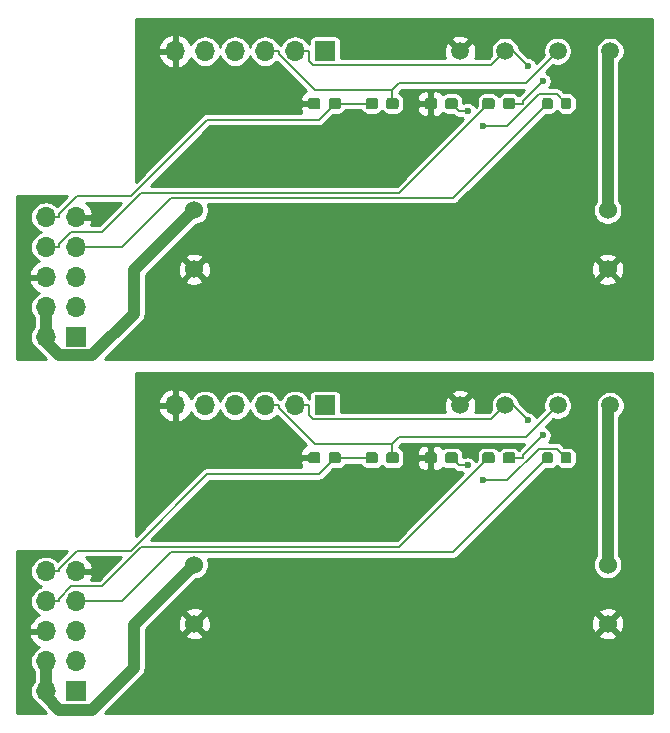
<source format=gtl>
G04 #@! TF.GenerationSoftware,KiCad,Pcbnew,(5.1.4-0)*
G04 #@! TF.CreationDate,2019-09-26T23:54:48+09:00*
G04 #@! TF.ProjectId,PiRoombaBoard_ALL,5069526f-6f6d-4626-9142-6f6172645f41,1*
G04 #@! TF.SameCoordinates,PX490d2c0PY808e280*
G04 #@! TF.FileFunction,Copper,L1,Top*
G04 #@! TF.FilePolarity,Positive*
%FSLAX46Y46*%
G04 Gerber Fmt 4.6, Leading zero omitted, Abs format (unit mm)*
G04 Created by KiCad (PCBNEW (5.1.4-0)) date 2019-09-26 23:54:48*
%MOMM*%
%LPD*%
G04 APERTURE LIST*
%ADD10C,1.524000*%
%ADD11C,1.500000*%
%ADD12C,0.100000*%
%ADD13C,0.950000*%
%ADD14O,1.700000X1.700000*%
%ADD15R,1.700000X1.700000*%
%ADD16C,0.875000*%
%ADD17C,0.600000*%
%ADD18C,0.200000*%
%ADD19C,1.000000*%
%ADD20C,0.254000*%
G04 APERTURE END LIST*
D10*
X15590000Y43195000D03*
X15590000Y38195000D03*
X50590000Y43195000D03*
X50590000Y38195000D03*
D11*
X38100000Y56670000D03*
X41910000Y56670000D03*
X46355000Y56670000D03*
X50800000Y56670000D03*
D12*
G36*
X40810779Y52698856D02*
G01*
X40833834Y52695437D01*
X40856443Y52689773D01*
X40878387Y52681921D01*
X40899457Y52671956D01*
X40919448Y52659974D01*
X40938168Y52646090D01*
X40955438Y52630438D01*
X40971090Y52613168D01*
X40984974Y52594448D01*
X40996956Y52574457D01*
X41006921Y52553387D01*
X41014773Y52531443D01*
X41020437Y52508834D01*
X41023856Y52485779D01*
X41025000Y52462500D01*
X41025000Y51987500D01*
X41023856Y51964221D01*
X41020437Y51941166D01*
X41014773Y51918557D01*
X41006921Y51896613D01*
X40996956Y51875543D01*
X40984974Y51855552D01*
X40971090Y51836832D01*
X40955438Y51819562D01*
X40938168Y51803910D01*
X40919448Y51790026D01*
X40899457Y51778044D01*
X40878387Y51768079D01*
X40856443Y51760227D01*
X40833834Y51754563D01*
X40810779Y51751144D01*
X40787500Y51750000D01*
X40212500Y51750000D01*
X40189221Y51751144D01*
X40166166Y51754563D01*
X40143557Y51760227D01*
X40121613Y51768079D01*
X40100543Y51778044D01*
X40080552Y51790026D01*
X40061832Y51803910D01*
X40044562Y51819562D01*
X40028910Y51836832D01*
X40015026Y51855552D01*
X40003044Y51875543D01*
X39993079Y51896613D01*
X39985227Y51918557D01*
X39979563Y51941166D01*
X39976144Y51964221D01*
X39975000Y51987500D01*
X39975000Y52462500D01*
X39976144Y52485779D01*
X39979563Y52508834D01*
X39985227Y52531443D01*
X39993079Y52553387D01*
X40003044Y52574457D01*
X40015026Y52594448D01*
X40028910Y52613168D01*
X40044562Y52630438D01*
X40061832Y52646090D01*
X40080552Y52659974D01*
X40100543Y52671956D01*
X40121613Y52681921D01*
X40143557Y52689773D01*
X40166166Y52695437D01*
X40189221Y52698856D01*
X40212500Y52700000D01*
X40787500Y52700000D01*
X40810779Y52698856D01*
X40810779Y52698856D01*
G37*
D13*
X40500000Y52225000D03*
D12*
G36*
X42560779Y52698856D02*
G01*
X42583834Y52695437D01*
X42606443Y52689773D01*
X42628387Y52681921D01*
X42649457Y52671956D01*
X42669448Y52659974D01*
X42688168Y52646090D01*
X42705438Y52630438D01*
X42721090Y52613168D01*
X42734974Y52594448D01*
X42746956Y52574457D01*
X42756921Y52553387D01*
X42764773Y52531443D01*
X42770437Y52508834D01*
X42773856Y52485779D01*
X42775000Y52462500D01*
X42775000Y51987500D01*
X42773856Y51964221D01*
X42770437Y51941166D01*
X42764773Y51918557D01*
X42756921Y51896613D01*
X42746956Y51875543D01*
X42734974Y51855552D01*
X42721090Y51836832D01*
X42705438Y51819562D01*
X42688168Y51803910D01*
X42669448Y51790026D01*
X42649457Y51778044D01*
X42628387Y51768079D01*
X42606443Y51760227D01*
X42583834Y51754563D01*
X42560779Y51751144D01*
X42537500Y51750000D01*
X41962500Y51750000D01*
X41939221Y51751144D01*
X41916166Y51754563D01*
X41893557Y51760227D01*
X41871613Y51768079D01*
X41850543Y51778044D01*
X41830552Y51790026D01*
X41811832Y51803910D01*
X41794562Y51819562D01*
X41778910Y51836832D01*
X41765026Y51855552D01*
X41753044Y51875543D01*
X41743079Y51896613D01*
X41735227Y51918557D01*
X41729563Y51941166D01*
X41726144Y51964221D01*
X41725000Y51987500D01*
X41725000Y52462500D01*
X41726144Y52485779D01*
X41729563Y52508834D01*
X41735227Y52531443D01*
X41743079Y52553387D01*
X41753044Y52574457D01*
X41765026Y52594448D01*
X41778910Y52613168D01*
X41794562Y52630438D01*
X41811832Y52646090D01*
X41830552Y52659974D01*
X41850543Y52671956D01*
X41871613Y52681921D01*
X41893557Y52689773D01*
X41916166Y52695437D01*
X41939221Y52698856D01*
X41962500Y52700000D01*
X42537500Y52700000D01*
X42560779Y52698856D01*
X42560779Y52698856D01*
G37*
D13*
X42250000Y52225000D03*
D12*
G36*
X37685779Y52698856D02*
G01*
X37708834Y52695437D01*
X37731443Y52689773D01*
X37753387Y52681921D01*
X37774457Y52671956D01*
X37794448Y52659974D01*
X37813168Y52646090D01*
X37830438Y52630438D01*
X37846090Y52613168D01*
X37859974Y52594448D01*
X37871956Y52574457D01*
X37881921Y52553387D01*
X37889773Y52531443D01*
X37895437Y52508834D01*
X37898856Y52485779D01*
X37900000Y52462500D01*
X37900000Y51987500D01*
X37898856Y51964221D01*
X37895437Y51941166D01*
X37889773Y51918557D01*
X37881921Y51896613D01*
X37871956Y51875543D01*
X37859974Y51855552D01*
X37846090Y51836832D01*
X37830438Y51819562D01*
X37813168Y51803910D01*
X37794448Y51790026D01*
X37774457Y51778044D01*
X37753387Y51768079D01*
X37731443Y51760227D01*
X37708834Y51754563D01*
X37685779Y51751144D01*
X37662500Y51750000D01*
X37087500Y51750000D01*
X37064221Y51751144D01*
X37041166Y51754563D01*
X37018557Y51760227D01*
X36996613Y51768079D01*
X36975543Y51778044D01*
X36955552Y51790026D01*
X36936832Y51803910D01*
X36919562Y51819562D01*
X36903910Y51836832D01*
X36890026Y51855552D01*
X36878044Y51875543D01*
X36868079Y51896613D01*
X36860227Y51918557D01*
X36854563Y51941166D01*
X36851144Y51964221D01*
X36850000Y51987500D01*
X36850000Y52462500D01*
X36851144Y52485779D01*
X36854563Y52508834D01*
X36860227Y52531443D01*
X36868079Y52553387D01*
X36878044Y52574457D01*
X36890026Y52594448D01*
X36903910Y52613168D01*
X36919562Y52630438D01*
X36936832Y52646090D01*
X36955552Y52659974D01*
X36975543Y52671956D01*
X36996613Y52681921D01*
X37018557Y52689773D01*
X37041166Y52695437D01*
X37064221Y52698856D01*
X37087500Y52700000D01*
X37662500Y52700000D01*
X37685779Y52698856D01*
X37685779Y52698856D01*
G37*
D13*
X37375000Y52225000D03*
D12*
G36*
X35935779Y52698856D02*
G01*
X35958834Y52695437D01*
X35981443Y52689773D01*
X36003387Y52681921D01*
X36024457Y52671956D01*
X36044448Y52659974D01*
X36063168Y52646090D01*
X36080438Y52630438D01*
X36096090Y52613168D01*
X36109974Y52594448D01*
X36121956Y52574457D01*
X36131921Y52553387D01*
X36139773Y52531443D01*
X36145437Y52508834D01*
X36148856Y52485779D01*
X36150000Y52462500D01*
X36150000Y51987500D01*
X36148856Y51964221D01*
X36145437Y51941166D01*
X36139773Y51918557D01*
X36131921Y51896613D01*
X36121956Y51875543D01*
X36109974Y51855552D01*
X36096090Y51836832D01*
X36080438Y51819562D01*
X36063168Y51803910D01*
X36044448Y51790026D01*
X36024457Y51778044D01*
X36003387Y51768079D01*
X35981443Y51760227D01*
X35958834Y51754563D01*
X35935779Y51751144D01*
X35912500Y51750000D01*
X35337500Y51750000D01*
X35314221Y51751144D01*
X35291166Y51754563D01*
X35268557Y51760227D01*
X35246613Y51768079D01*
X35225543Y51778044D01*
X35205552Y51790026D01*
X35186832Y51803910D01*
X35169562Y51819562D01*
X35153910Y51836832D01*
X35140026Y51855552D01*
X35128044Y51875543D01*
X35118079Y51896613D01*
X35110227Y51918557D01*
X35104563Y51941166D01*
X35101144Y51964221D01*
X35100000Y51987500D01*
X35100000Y52462500D01*
X35101144Y52485779D01*
X35104563Y52508834D01*
X35110227Y52531443D01*
X35118079Y52553387D01*
X35128044Y52574457D01*
X35140026Y52594448D01*
X35153910Y52613168D01*
X35169562Y52630438D01*
X35186832Y52646090D01*
X35205552Y52659974D01*
X35225543Y52671956D01*
X35246613Y52681921D01*
X35268557Y52689773D01*
X35291166Y52695437D01*
X35314221Y52698856D01*
X35337500Y52700000D01*
X35912500Y52700000D01*
X35935779Y52698856D01*
X35935779Y52698856D01*
G37*
D13*
X35625000Y52225000D03*
D12*
G36*
X27810779Y52698856D02*
G01*
X27833834Y52695437D01*
X27856443Y52689773D01*
X27878387Y52681921D01*
X27899457Y52671956D01*
X27919448Y52659974D01*
X27938168Y52646090D01*
X27955438Y52630438D01*
X27971090Y52613168D01*
X27984974Y52594448D01*
X27996956Y52574457D01*
X28006921Y52553387D01*
X28014773Y52531443D01*
X28020437Y52508834D01*
X28023856Y52485779D01*
X28025000Y52462500D01*
X28025000Y51987500D01*
X28023856Y51964221D01*
X28020437Y51941166D01*
X28014773Y51918557D01*
X28006921Y51896613D01*
X27996956Y51875543D01*
X27984974Y51855552D01*
X27971090Y51836832D01*
X27955438Y51819562D01*
X27938168Y51803910D01*
X27919448Y51790026D01*
X27899457Y51778044D01*
X27878387Y51768079D01*
X27856443Y51760227D01*
X27833834Y51754563D01*
X27810779Y51751144D01*
X27787500Y51750000D01*
X27212500Y51750000D01*
X27189221Y51751144D01*
X27166166Y51754563D01*
X27143557Y51760227D01*
X27121613Y51768079D01*
X27100543Y51778044D01*
X27080552Y51790026D01*
X27061832Y51803910D01*
X27044562Y51819562D01*
X27028910Y51836832D01*
X27015026Y51855552D01*
X27003044Y51875543D01*
X26993079Y51896613D01*
X26985227Y51918557D01*
X26979563Y51941166D01*
X26976144Y51964221D01*
X26975000Y51987500D01*
X26975000Y52462500D01*
X26976144Y52485779D01*
X26979563Y52508834D01*
X26985227Y52531443D01*
X26993079Y52553387D01*
X27003044Y52574457D01*
X27015026Y52594448D01*
X27028910Y52613168D01*
X27044562Y52630438D01*
X27061832Y52646090D01*
X27080552Y52659974D01*
X27100543Y52671956D01*
X27121613Y52681921D01*
X27143557Y52689773D01*
X27166166Y52695437D01*
X27189221Y52698856D01*
X27212500Y52700000D01*
X27787500Y52700000D01*
X27810779Y52698856D01*
X27810779Y52698856D01*
G37*
D13*
X27500000Y52225000D03*
D12*
G36*
X26060779Y52698856D02*
G01*
X26083834Y52695437D01*
X26106443Y52689773D01*
X26128387Y52681921D01*
X26149457Y52671956D01*
X26169448Y52659974D01*
X26188168Y52646090D01*
X26205438Y52630438D01*
X26221090Y52613168D01*
X26234974Y52594448D01*
X26246956Y52574457D01*
X26256921Y52553387D01*
X26264773Y52531443D01*
X26270437Y52508834D01*
X26273856Y52485779D01*
X26275000Y52462500D01*
X26275000Y51987500D01*
X26273856Y51964221D01*
X26270437Y51941166D01*
X26264773Y51918557D01*
X26256921Y51896613D01*
X26246956Y51875543D01*
X26234974Y51855552D01*
X26221090Y51836832D01*
X26205438Y51819562D01*
X26188168Y51803910D01*
X26169448Y51790026D01*
X26149457Y51778044D01*
X26128387Y51768079D01*
X26106443Y51760227D01*
X26083834Y51754563D01*
X26060779Y51751144D01*
X26037500Y51750000D01*
X25462500Y51750000D01*
X25439221Y51751144D01*
X25416166Y51754563D01*
X25393557Y51760227D01*
X25371613Y51768079D01*
X25350543Y51778044D01*
X25330552Y51790026D01*
X25311832Y51803910D01*
X25294562Y51819562D01*
X25278910Y51836832D01*
X25265026Y51855552D01*
X25253044Y51875543D01*
X25243079Y51896613D01*
X25235227Y51918557D01*
X25229563Y51941166D01*
X25226144Y51964221D01*
X25225000Y51987500D01*
X25225000Y52462500D01*
X25226144Y52485779D01*
X25229563Y52508834D01*
X25235227Y52531443D01*
X25243079Y52553387D01*
X25253044Y52574457D01*
X25265026Y52594448D01*
X25278910Y52613168D01*
X25294562Y52630438D01*
X25311832Y52646090D01*
X25330552Y52659974D01*
X25350543Y52671956D01*
X25371613Y52681921D01*
X25393557Y52689773D01*
X25416166Y52695437D01*
X25439221Y52698856D01*
X25462500Y52700000D01*
X26037500Y52700000D01*
X26060779Y52698856D01*
X26060779Y52698856D01*
G37*
D13*
X25750000Y52225000D03*
D12*
G36*
X30935779Y52698856D02*
G01*
X30958834Y52695437D01*
X30981443Y52689773D01*
X31003387Y52681921D01*
X31024457Y52671956D01*
X31044448Y52659974D01*
X31063168Y52646090D01*
X31080438Y52630438D01*
X31096090Y52613168D01*
X31109974Y52594448D01*
X31121956Y52574457D01*
X31131921Y52553387D01*
X31139773Y52531443D01*
X31145437Y52508834D01*
X31148856Y52485779D01*
X31150000Y52462500D01*
X31150000Y51987500D01*
X31148856Y51964221D01*
X31145437Y51941166D01*
X31139773Y51918557D01*
X31131921Y51896613D01*
X31121956Y51875543D01*
X31109974Y51855552D01*
X31096090Y51836832D01*
X31080438Y51819562D01*
X31063168Y51803910D01*
X31044448Y51790026D01*
X31024457Y51778044D01*
X31003387Y51768079D01*
X30981443Y51760227D01*
X30958834Y51754563D01*
X30935779Y51751144D01*
X30912500Y51750000D01*
X30337500Y51750000D01*
X30314221Y51751144D01*
X30291166Y51754563D01*
X30268557Y51760227D01*
X30246613Y51768079D01*
X30225543Y51778044D01*
X30205552Y51790026D01*
X30186832Y51803910D01*
X30169562Y51819562D01*
X30153910Y51836832D01*
X30140026Y51855552D01*
X30128044Y51875543D01*
X30118079Y51896613D01*
X30110227Y51918557D01*
X30104563Y51941166D01*
X30101144Y51964221D01*
X30100000Y51987500D01*
X30100000Y52462500D01*
X30101144Y52485779D01*
X30104563Y52508834D01*
X30110227Y52531443D01*
X30118079Y52553387D01*
X30128044Y52574457D01*
X30140026Y52594448D01*
X30153910Y52613168D01*
X30169562Y52630438D01*
X30186832Y52646090D01*
X30205552Y52659974D01*
X30225543Y52671956D01*
X30246613Y52681921D01*
X30268557Y52689773D01*
X30291166Y52695437D01*
X30314221Y52698856D01*
X30337500Y52700000D01*
X30912500Y52700000D01*
X30935779Y52698856D01*
X30935779Y52698856D01*
G37*
D13*
X30625000Y52225000D03*
D12*
G36*
X32685779Y52698856D02*
G01*
X32708834Y52695437D01*
X32731443Y52689773D01*
X32753387Y52681921D01*
X32774457Y52671956D01*
X32794448Y52659974D01*
X32813168Y52646090D01*
X32830438Y52630438D01*
X32846090Y52613168D01*
X32859974Y52594448D01*
X32871956Y52574457D01*
X32881921Y52553387D01*
X32889773Y52531443D01*
X32895437Y52508834D01*
X32898856Y52485779D01*
X32900000Y52462500D01*
X32900000Y51987500D01*
X32898856Y51964221D01*
X32895437Y51941166D01*
X32889773Y51918557D01*
X32881921Y51896613D01*
X32871956Y51875543D01*
X32859974Y51855552D01*
X32846090Y51836832D01*
X32830438Y51819562D01*
X32813168Y51803910D01*
X32794448Y51790026D01*
X32774457Y51778044D01*
X32753387Y51768079D01*
X32731443Y51760227D01*
X32708834Y51754563D01*
X32685779Y51751144D01*
X32662500Y51750000D01*
X32087500Y51750000D01*
X32064221Y51751144D01*
X32041166Y51754563D01*
X32018557Y51760227D01*
X31996613Y51768079D01*
X31975543Y51778044D01*
X31955552Y51790026D01*
X31936832Y51803910D01*
X31919562Y51819562D01*
X31903910Y51836832D01*
X31890026Y51855552D01*
X31878044Y51875543D01*
X31868079Y51896613D01*
X31860227Y51918557D01*
X31854563Y51941166D01*
X31851144Y51964221D01*
X31850000Y51987500D01*
X31850000Y52462500D01*
X31851144Y52485779D01*
X31854563Y52508834D01*
X31860227Y52531443D01*
X31868079Y52553387D01*
X31878044Y52574457D01*
X31890026Y52594448D01*
X31903910Y52613168D01*
X31919562Y52630438D01*
X31936832Y52646090D01*
X31955552Y52659974D01*
X31975543Y52671956D01*
X31996613Y52681921D01*
X32018557Y52689773D01*
X32041166Y52695437D01*
X32064221Y52698856D01*
X32087500Y52700000D01*
X32662500Y52700000D01*
X32685779Y52698856D01*
X32685779Y52698856D01*
G37*
D13*
X32375000Y52225000D03*
D14*
X3015000Y42620000D03*
X5555000Y42620000D03*
X3015000Y40080000D03*
X5555000Y40080000D03*
X3015000Y37540000D03*
X5555000Y37540000D03*
X3015000Y35000000D03*
X5555000Y35000000D03*
X3015000Y32460000D03*
D15*
X5555000Y32460000D03*
D12*
G36*
X45740191Y52698947D02*
G01*
X45761426Y52695797D01*
X45782250Y52690581D01*
X45802462Y52683349D01*
X45821868Y52674170D01*
X45840281Y52663134D01*
X45857524Y52650346D01*
X45873430Y52635930D01*
X45887846Y52620024D01*
X45900634Y52602781D01*
X45911670Y52584368D01*
X45920849Y52564962D01*
X45928081Y52544750D01*
X45933297Y52523926D01*
X45936447Y52502691D01*
X45937500Y52481250D01*
X45937500Y51968750D01*
X45936447Y51947309D01*
X45933297Y51926074D01*
X45928081Y51905250D01*
X45920849Y51885038D01*
X45911670Y51865632D01*
X45900634Y51847219D01*
X45887846Y51829976D01*
X45873430Y51814070D01*
X45857524Y51799654D01*
X45840281Y51786866D01*
X45821868Y51775830D01*
X45802462Y51766651D01*
X45782250Y51759419D01*
X45761426Y51754203D01*
X45740191Y51751053D01*
X45718750Y51750000D01*
X45281250Y51750000D01*
X45259809Y51751053D01*
X45238574Y51754203D01*
X45217750Y51759419D01*
X45197538Y51766651D01*
X45178132Y51775830D01*
X45159719Y51786866D01*
X45142476Y51799654D01*
X45126570Y51814070D01*
X45112154Y51829976D01*
X45099366Y51847219D01*
X45088330Y51865632D01*
X45079151Y51885038D01*
X45071919Y51905250D01*
X45066703Y51926074D01*
X45063553Y51947309D01*
X45062500Y51968750D01*
X45062500Y52481250D01*
X45063553Y52502691D01*
X45066703Y52523926D01*
X45071919Y52544750D01*
X45079151Y52564962D01*
X45088330Y52584368D01*
X45099366Y52602781D01*
X45112154Y52620024D01*
X45126570Y52635930D01*
X45142476Y52650346D01*
X45159719Y52663134D01*
X45178132Y52674170D01*
X45197538Y52683349D01*
X45217750Y52690581D01*
X45238574Y52695797D01*
X45259809Y52698947D01*
X45281250Y52700000D01*
X45718750Y52700000D01*
X45740191Y52698947D01*
X45740191Y52698947D01*
G37*
D16*
X45500000Y52225000D03*
D12*
G36*
X47315191Y52698947D02*
G01*
X47336426Y52695797D01*
X47357250Y52690581D01*
X47377462Y52683349D01*
X47396868Y52674170D01*
X47415281Y52663134D01*
X47432524Y52650346D01*
X47448430Y52635930D01*
X47462846Y52620024D01*
X47475634Y52602781D01*
X47486670Y52584368D01*
X47495849Y52564962D01*
X47503081Y52544750D01*
X47508297Y52523926D01*
X47511447Y52502691D01*
X47512500Y52481250D01*
X47512500Y51968750D01*
X47511447Y51947309D01*
X47508297Y51926074D01*
X47503081Y51905250D01*
X47495849Y51885038D01*
X47486670Y51865632D01*
X47475634Y51847219D01*
X47462846Y51829976D01*
X47448430Y51814070D01*
X47432524Y51799654D01*
X47415281Y51786866D01*
X47396868Y51775830D01*
X47377462Y51766651D01*
X47357250Y51759419D01*
X47336426Y51754203D01*
X47315191Y51751053D01*
X47293750Y51750000D01*
X46856250Y51750000D01*
X46834809Y51751053D01*
X46813574Y51754203D01*
X46792750Y51759419D01*
X46772538Y51766651D01*
X46753132Y51775830D01*
X46734719Y51786866D01*
X46717476Y51799654D01*
X46701570Y51814070D01*
X46687154Y51829976D01*
X46674366Y51847219D01*
X46663330Y51865632D01*
X46654151Y51885038D01*
X46646919Y51905250D01*
X46641703Y51926074D01*
X46638553Y51947309D01*
X46637500Y51968750D01*
X46637500Y52481250D01*
X46638553Y52502691D01*
X46641703Y52523926D01*
X46646919Y52544750D01*
X46654151Y52564962D01*
X46663330Y52584368D01*
X46674366Y52602781D01*
X46687154Y52620024D01*
X46701570Y52635930D01*
X46717476Y52650346D01*
X46734719Y52663134D01*
X46753132Y52674170D01*
X46772538Y52683349D01*
X46792750Y52690581D01*
X46813574Y52695797D01*
X46834809Y52698947D01*
X46856250Y52700000D01*
X47293750Y52700000D01*
X47315191Y52698947D01*
X47315191Y52698947D01*
G37*
D16*
X47075000Y52225000D03*
D14*
X13970000Y56670000D03*
X16510000Y56670000D03*
X19050000Y56670000D03*
X21590000Y56670000D03*
X24130000Y56670000D03*
D15*
X26670000Y56670000D03*
D12*
G36*
X47315191Y22698947D02*
G01*
X47336426Y22695797D01*
X47357250Y22690581D01*
X47377462Y22683349D01*
X47396868Y22674170D01*
X47415281Y22663134D01*
X47432524Y22650346D01*
X47448430Y22635930D01*
X47462846Y22620024D01*
X47475634Y22602781D01*
X47486670Y22584368D01*
X47495849Y22564962D01*
X47503081Y22544750D01*
X47508297Y22523926D01*
X47511447Y22502691D01*
X47512500Y22481250D01*
X47512500Y21968750D01*
X47511447Y21947309D01*
X47508297Y21926074D01*
X47503081Y21905250D01*
X47495849Y21885038D01*
X47486670Y21865632D01*
X47475634Y21847219D01*
X47462846Y21829976D01*
X47448430Y21814070D01*
X47432524Y21799654D01*
X47415281Y21786866D01*
X47396868Y21775830D01*
X47377462Y21766651D01*
X47357250Y21759419D01*
X47336426Y21754203D01*
X47315191Y21751053D01*
X47293750Y21750000D01*
X46856250Y21750000D01*
X46834809Y21751053D01*
X46813574Y21754203D01*
X46792750Y21759419D01*
X46772538Y21766651D01*
X46753132Y21775830D01*
X46734719Y21786866D01*
X46717476Y21799654D01*
X46701570Y21814070D01*
X46687154Y21829976D01*
X46674366Y21847219D01*
X46663330Y21865632D01*
X46654151Y21885038D01*
X46646919Y21905250D01*
X46641703Y21926074D01*
X46638553Y21947309D01*
X46637500Y21968750D01*
X46637500Y22481250D01*
X46638553Y22502691D01*
X46641703Y22523926D01*
X46646919Y22544750D01*
X46654151Y22564962D01*
X46663330Y22584368D01*
X46674366Y22602781D01*
X46687154Y22620024D01*
X46701570Y22635930D01*
X46717476Y22650346D01*
X46734719Y22663134D01*
X46753132Y22674170D01*
X46772538Y22683349D01*
X46792750Y22690581D01*
X46813574Y22695797D01*
X46834809Y22698947D01*
X46856250Y22700000D01*
X47293750Y22700000D01*
X47315191Y22698947D01*
X47315191Y22698947D01*
G37*
D16*
X47075000Y22225000D03*
D12*
G36*
X45740191Y22698947D02*
G01*
X45761426Y22695797D01*
X45782250Y22690581D01*
X45802462Y22683349D01*
X45821868Y22674170D01*
X45840281Y22663134D01*
X45857524Y22650346D01*
X45873430Y22635930D01*
X45887846Y22620024D01*
X45900634Y22602781D01*
X45911670Y22584368D01*
X45920849Y22564962D01*
X45928081Y22544750D01*
X45933297Y22523926D01*
X45936447Y22502691D01*
X45937500Y22481250D01*
X45937500Y21968750D01*
X45936447Y21947309D01*
X45933297Y21926074D01*
X45928081Y21905250D01*
X45920849Y21885038D01*
X45911670Y21865632D01*
X45900634Y21847219D01*
X45887846Y21829976D01*
X45873430Y21814070D01*
X45857524Y21799654D01*
X45840281Y21786866D01*
X45821868Y21775830D01*
X45802462Y21766651D01*
X45782250Y21759419D01*
X45761426Y21754203D01*
X45740191Y21751053D01*
X45718750Y21750000D01*
X45281250Y21750000D01*
X45259809Y21751053D01*
X45238574Y21754203D01*
X45217750Y21759419D01*
X45197538Y21766651D01*
X45178132Y21775830D01*
X45159719Y21786866D01*
X45142476Y21799654D01*
X45126570Y21814070D01*
X45112154Y21829976D01*
X45099366Y21847219D01*
X45088330Y21865632D01*
X45079151Y21885038D01*
X45071919Y21905250D01*
X45066703Y21926074D01*
X45063553Y21947309D01*
X45062500Y21968750D01*
X45062500Y22481250D01*
X45063553Y22502691D01*
X45066703Y22523926D01*
X45071919Y22544750D01*
X45079151Y22564962D01*
X45088330Y22584368D01*
X45099366Y22602781D01*
X45112154Y22620024D01*
X45126570Y22635930D01*
X45142476Y22650346D01*
X45159719Y22663134D01*
X45178132Y22674170D01*
X45197538Y22683349D01*
X45217750Y22690581D01*
X45238574Y22695797D01*
X45259809Y22698947D01*
X45281250Y22700000D01*
X45718750Y22700000D01*
X45740191Y22698947D01*
X45740191Y22698947D01*
G37*
D16*
X45500000Y22225000D03*
D15*
X5555000Y2460000D03*
D14*
X3015000Y2460000D03*
X5555000Y5000000D03*
X3015000Y5000000D03*
X5555000Y7540000D03*
X3015000Y7540000D03*
X5555000Y10080000D03*
X3015000Y10080000D03*
X5555000Y12620000D03*
X3015000Y12620000D03*
D10*
X50590000Y8195000D03*
X50590000Y13195000D03*
X15590000Y8195000D03*
X15590000Y13195000D03*
D15*
X26670000Y26670000D03*
D14*
X24130000Y26670000D03*
X21590000Y26670000D03*
X19050000Y26670000D03*
X16510000Y26670000D03*
X13970000Y26670000D03*
D12*
G36*
X35935779Y22698856D02*
G01*
X35958834Y22695437D01*
X35981443Y22689773D01*
X36003387Y22681921D01*
X36024457Y22671956D01*
X36044448Y22659974D01*
X36063168Y22646090D01*
X36080438Y22630438D01*
X36096090Y22613168D01*
X36109974Y22594448D01*
X36121956Y22574457D01*
X36131921Y22553387D01*
X36139773Y22531443D01*
X36145437Y22508834D01*
X36148856Y22485779D01*
X36150000Y22462500D01*
X36150000Y21987500D01*
X36148856Y21964221D01*
X36145437Y21941166D01*
X36139773Y21918557D01*
X36131921Y21896613D01*
X36121956Y21875543D01*
X36109974Y21855552D01*
X36096090Y21836832D01*
X36080438Y21819562D01*
X36063168Y21803910D01*
X36044448Y21790026D01*
X36024457Y21778044D01*
X36003387Y21768079D01*
X35981443Y21760227D01*
X35958834Y21754563D01*
X35935779Y21751144D01*
X35912500Y21750000D01*
X35337500Y21750000D01*
X35314221Y21751144D01*
X35291166Y21754563D01*
X35268557Y21760227D01*
X35246613Y21768079D01*
X35225543Y21778044D01*
X35205552Y21790026D01*
X35186832Y21803910D01*
X35169562Y21819562D01*
X35153910Y21836832D01*
X35140026Y21855552D01*
X35128044Y21875543D01*
X35118079Y21896613D01*
X35110227Y21918557D01*
X35104563Y21941166D01*
X35101144Y21964221D01*
X35100000Y21987500D01*
X35100000Y22462500D01*
X35101144Y22485779D01*
X35104563Y22508834D01*
X35110227Y22531443D01*
X35118079Y22553387D01*
X35128044Y22574457D01*
X35140026Y22594448D01*
X35153910Y22613168D01*
X35169562Y22630438D01*
X35186832Y22646090D01*
X35205552Y22659974D01*
X35225543Y22671956D01*
X35246613Y22681921D01*
X35268557Y22689773D01*
X35291166Y22695437D01*
X35314221Y22698856D01*
X35337500Y22700000D01*
X35912500Y22700000D01*
X35935779Y22698856D01*
X35935779Y22698856D01*
G37*
D13*
X35625000Y22225000D03*
D12*
G36*
X37685779Y22698856D02*
G01*
X37708834Y22695437D01*
X37731443Y22689773D01*
X37753387Y22681921D01*
X37774457Y22671956D01*
X37794448Y22659974D01*
X37813168Y22646090D01*
X37830438Y22630438D01*
X37846090Y22613168D01*
X37859974Y22594448D01*
X37871956Y22574457D01*
X37881921Y22553387D01*
X37889773Y22531443D01*
X37895437Y22508834D01*
X37898856Y22485779D01*
X37900000Y22462500D01*
X37900000Y21987500D01*
X37898856Y21964221D01*
X37895437Y21941166D01*
X37889773Y21918557D01*
X37881921Y21896613D01*
X37871956Y21875543D01*
X37859974Y21855552D01*
X37846090Y21836832D01*
X37830438Y21819562D01*
X37813168Y21803910D01*
X37794448Y21790026D01*
X37774457Y21778044D01*
X37753387Y21768079D01*
X37731443Y21760227D01*
X37708834Y21754563D01*
X37685779Y21751144D01*
X37662500Y21750000D01*
X37087500Y21750000D01*
X37064221Y21751144D01*
X37041166Y21754563D01*
X37018557Y21760227D01*
X36996613Y21768079D01*
X36975543Y21778044D01*
X36955552Y21790026D01*
X36936832Y21803910D01*
X36919562Y21819562D01*
X36903910Y21836832D01*
X36890026Y21855552D01*
X36878044Y21875543D01*
X36868079Y21896613D01*
X36860227Y21918557D01*
X36854563Y21941166D01*
X36851144Y21964221D01*
X36850000Y21987500D01*
X36850000Y22462500D01*
X36851144Y22485779D01*
X36854563Y22508834D01*
X36860227Y22531443D01*
X36868079Y22553387D01*
X36878044Y22574457D01*
X36890026Y22594448D01*
X36903910Y22613168D01*
X36919562Y22630438D01*
X36936832Y22646090D01*
X36955552Y22659974D01*
X36975543Y22671956D01*
X36996613Y22681921D01*
X37018557Y22689773D01*
X37041166Y22695437D01*
X37064221Y22698856D01*
X37087500Y22700000D01*
X37662500Y22700000D01*
X37685779Y22698856D01*
X37685779Y22698856D01*
G37*
D13*
X37375000Y22225000D03*
D12*
G36*
X26060779Y22698856D02*
G01*
X26083834Y22695437D01*
X26106443Y22689773D01*
X26128387Y22681921D01*
X26149457Y22671956D01*
X26169448Y22659974D01*
X26188168Y22646090D01*
X26205438Y22630438D01*
X26221090Y22613168D01*
X26234974Y22594448D01*
X26246956Y22574457D01*
X26256921Y22553387D01*
X26264773Y22531443D01*
X26270437Y22508834D01*
X26273856Y22485779D01*
X26275000Y22462500D01*
X26275000Y21987500D01*
X26273856Y21964221D01*
X26270437Y21941166D01*
X26264773Y21918557D01*
X26256921Y21896613D01*
X26246956Y21875543D01*
X26234974Y21855552D01*
X26221090Y21836832D01*
X26205438Y21819562D01*
X26188168Y21803910D01*
X26169448Y21790026D01*
X26149457Y21778044D01*
X26128387Y21768079D01*
X26106443Y21760227D01*
X26083834Y21754563D01*
X26060779Y21751144D01*
X26037500Y21750000D01*
X25462500Y21750000D01*
X25439221Y21751144D01*
X25416166Y21754563D01*
X25393557Y21760227D01*
X25371613Y21768079D01*
X25350543Y21778044D01*
X25330552Y21790026D01*
X25311832Y21803910D01*
X25294562Y21819562D01*
X25278910Y21836832D01*
X25265026Y21855552D01*
X25253044Y21875543D01*
X25243079Y21896613D01*
X25235227Y21918557D01*
X25229563Y21941166D01*
X25226144Y21964221D01*
X25225000Y21987500D01*
X25225000Y22462500D01*
X25226144Y22485779D01*
X25229563Y22508834D01*
X25235227Y22531443D01*
X25243079Y22553387D01*
X25253044Y22574457D01*
X25265026Y22594448D01*
X25278910Y22613168D01*
X25294562Y22630438D01*
X25311832Y22646090D01*
X25330552Y22659974D01*
X25350543Y22671956D01*
X25371613Y22681921D01*
X25393557Y22689773D01*
X25416166Y22695437D01*
X25439221Y22698856D01*
X25462500Y22700000D01*
X26037500Y22700000D01*
X26060779Y22698856D01*
X26060779Y22698856D01*
G37*
D13*
X25750000Y22225000D03*
D12*
G36*
X27810779Y22698856D02*
G01*
X27833834Y22695437D01*
X27856443Y22689773D01*
X27878387Y22681921D01*
X27899457Y22671956D01*
X27919448Y22659974D01*
X27938168Y22646090D01*
X27955438Y22630438D01*
X27971090Y22613168D01*
X27984974Y22594448D01*
X27996956Y22574457D01*
X28006921Y22553387D01*
X28014773Y22531443D01*
X28020437Y22508834D01*
X28023856Y22485779D01*
X28025000Y22462500D01*
X28025000Y21987500D01*
X28023856Y21964221D01*
X28020437Y21941166D01*
X28014773Y21918557D01*
X28006921Y21896613D01*
X27996956Y21875543D01*
X27984974Y21855552D01*
X27971090Y21836832D01*
X27955438Y21819562D01*
X27938168Y21803910D01*
X27919448Y21790026D01*
X27899457Y21778044D01*
X27878387Y21768079D01*
X27856443Y21760227D01*
X27833834Y21754563D01*
X27810779Y21751144D01*
X27787500Y21750000D01*
X27212500Y21750000D01*
X27189221Y21751144D01*
X27166166Y21754563D01*
X27143557Y21760227D01*
X27121613Y21768079D01*
X27100543Y21778044D01*
X27080552Y21790026D01*
X27061832Y21803910D01*
X27044562Y21819562D01*
X27028910Y21836832D01*
X27015026Y21855552D01*
X27003044Y21875543D01*
X26993079Y21896613D01*
X26985227Y21918557D01*
X26979563Y21941166D01*
X26976144Y21964221D01*
X26975000Y21987500D01*
X26975000Y22462500D01*
X26976144Y22485779D01*
X26979563Y22508834D01*
X26985227Y22531443D01*
X26993079Y22553387D01*
X27003044Y22574457D01*
X27015026Y22594448D01*
X27028910Y22613168D01*
X27044562Y22630438D01*
X27061832Y22646090D01*
X27080552Y22659974D01*
X27100543Y22671956D01*
X27121613Y22681921D01*
X27143557Y22689773D01*
X27166166Y22695437D01*
X27189221Y22698856D01*
X27212500Y22700000D01*
X27787500Y22700000D01*
X27810779Y22698856D01*
X27810779Y22698856D01*
G37*
D13*
X27500000Y22225000D03*
D12*
G36*
X32685779Y22698856D02*
G01*
X32708834Y22695437D01*
X32731443Y22689773D01*
X32753387Y22681921D01*
X32774457Y22671956D01*
X32794448Y22659974D01*
X32813168Y22646090D01*
X32830438Y22630438D01*
X32846090Y22613168D01*
X32859974Y22594448D01*
X32871956Y22574457D01*
X32881921Y22553387D01*
X32889773Y22531443D01*
X32895437Y22508834D01*
X32898856Y22485779D01*
X32900000Y22462500D01*
X32900000Y21987500D01*
X32898856Y21964221D01*
X32895437Y21941166D01*
X32889773Y21918557D01*
X32881921Y21896613D01*
X32871956Y21875543D01*
X32859974Y21855552D01*
X32846090Y21836832D01*
X32830438Y21819562D01*
X32813168Y21803910D01*
X32794448Y21790026D01*
X32774457Y21778044D01*
X32753387Y21768079D01*
X32731443Y21760227D01*
X32708834Y21754563D01*
X32685779Y21751144D01*
X32662500Y21750000D01*
X32087500Y21750000D01*
X32064221Y21751144D01*
X32041166Y21754563D01*
X32018557Y21760227D01*
X31996613Y21768079D01*
X31975543Y21778044D01*
X31955552Y21790026D01*
X31936832Y21803910D01*
X31919562Y21819562D01*
X31903910Y21836832D01*
X31890026Y21855552D01*
X31878044Y21875543D01*
X31868079Y21896613D01*
X31860227Y21918557D01*
X31854563Y21941166D01*
X31851144Y21964221D01*
X31850000Y21987500D01*
X31850000Y22462500D01*
X31851144Y22485779D01*
X31854563Y22508834D01*
X31860227Y22531443D01*
X31868079Y22553387D01*
X31878044Y22574457D01*
X31890026Y22594448D01*
X31903910Y22613168D01*
X31919562Y22630438D01*
X31936832Y22646090D01*
X31955552Y22659974D01*
X31975543Y22671956D01*
X31996613Y22681921D01*
X32018557Y22689773D01*
X32041166Y22695437D01*
X32064221Y22698856D01*
X32087500Y22700000D01*
X32662500Y22700000D01*
X32685779Y22698856D01*
X32685779Y22698856D01*
G37*
D13*
X32375000Y22225000D03*
D12*
G36*
X30935779Y22698856D02*
G01*
X30958834Y22695437D01*
X30981443Y22689773D01*
X31003387Y22681921D01*
X31024457Y22671956D01*
X31044448Y22659974D01*
X31063168Y22646090D01*
X31080438Y22630438D01*
X31096090Y22613168D01*
X31109974Y22594448D01*
X31121956Y22574457D01*
X31131921Y22553387D01*
X31139773Y22531443D01*
X31145437Y22508834D01*
X31148856Y22485779D01*
X31150000Y22462500D01*
X31150000Y21987500D01*
X31148856Y21964221D01*
X31145437Y21941166D01*
X31139773Y21918557D01*
X31131921Y21896613D01*
X31121956Y21875543D01*
X31109974Y21855552D01*
X31096090Y21836832D01*
X31080438Y21819562D01*
X31063168Y21803910D01*
X31044448Y21790026D01*
X31024457Y21778044D01*
X31003387Y21768079D01*
X30981443Y21760227D01*
X30958834Y21754563D01*
X30935779Y21751144D01*
X30912500Y21750000D01*
X30337500Y21750000D01*
X30314221Y21751144D01*
X30291166Y21754563D01*
X30268557Y21760227D01*
X30246613Y21768079D01*
X30225543Y21778044D01*
X30205552Y21790026D01*
X30186832Y21803910D01*
X30169562Y21819562D01*
X30153910Y21836832D01*
X30140026Y21855552D01*
X30128044Y21875543D01*
X30118079Y21896613D01*
X30110227Y21918557D01*
X30104563Y21941166D01*
X30101144Y21964221D01*
X30100000Y21987500D01*
X30100000Y22462500D01*
X30101144Y22485779D01*
X30104563Y22508834D01*
X30110227Y22531443D01*
X30118079Y22553387D01*
X30128044Y22574457D01*
X30140026Y22594448D01*
X30153910Y22613168D01*
X30169562Y22630438D01*
X30186832Y22646090D01*
X30205552Y22659974D01*
X30225543Y22671956D01*
X30246613Y22681921D01*
X30268557Y22689773D01*
X30291166Y22695437D01*
X30314221Y22698856D01*
X30337500Y22700000D01*
X30912500Y22700000D01*
X30935779Y22698856D01*
X30935779Y22698856D01*
G37*
D13*
X30625000Y22225000D03*
D12*
G36*
X42560779Y22698856D02*
G01*
X42583834Y22695437D01*
X42606443Y22689773D01*
X42628387Y22681921D01*
X42649457Y22671956D01*
X42669448Y22659974D01*
X42688168Y22646090D01*
X42705438Y22630438D01*
X42721090Y22613168D01*
X42734974Y22594448D01*
X42746956Y22574457D01*
X42756921Y22553387D01*
X42764773Y22531443D01*
X42770437Y22508834D01*
X42773856Y22485779D01*
X42775000Y22462500D01*
X42775000Y21987500D01*
X42773856Y21964221D01*
X42770437Y21941166D01*
X42764773Y21918557D01*
X42756921Y21896613D01*
X42746956Y21875543D01*
X42734974Y21855552D01*
X42721090Y21836832D01*
X42705438Y21819562D01*
X42688168Y21803910D01*
X42669448Y21790026D01*
X42649457Y21778044D01*
X42628387Y21768079D01*
X42606443Y21760227D01*
X42583834Y21754563D01*
X42560779Y21751144D01*
X42537500Y21750000D01*
X41962500Y21750000D01*
X41939221Y21751144D01*
X41916166Y21754563D01*
X41893557Y21760227D01*
X41871613Y21768079D01*
X41850543Y21778044D01*
X41830552Y21790026D01*
X41811832Y21803910D01*
X41794562Y21819562D01*
X41778910Y21836832D01*
X41765026Y21855552D01*
X41753044Y21875543D01*
X41743079Y21896613D01*
X41735227Y21918557D01*
X41729563Y21941166D01*
X41726144Y21964221D01*
X41725000Y21987500D01*
X41725000Y22462500D01*
X41726144Y22485779D01*
X41729563Y22508834D01*
X41735227Y22531443D01*
X41743079Y22553387D01*
X41753044Y22574457D01*
X41765026Y22594448D01*
X41778910Y22613168D01*
X41794562Y22630438D01*
X41811832Y22646090D01*
X41830552Y22659974D01*
X41850543Y22671956D01*
X41871613Y22681921D01*
X41893557Y22689773D01*
X41916166Y22695437D01*
X41939221Y22698856D01*
X41962500Y22700000D01*
X42537500Y22700000D01*
X42560779Y22698856D01*
X42560779Y22698856D01*
G37*
D13*
X42250000Y22225000D03*
D12*
G36*
X40810779Y22698856D02*
G01*
X40833834Y22695437D01*
X40856443Y22689773D01*
X40878387Y22681921D01*
X40899457Y22671956D01*
X40919448Y22659974D01*
X40938168Y22646090D01*
X40955438Y22630438D01*
X40971090Y22613168D01*
X40984974Y22594448D01*
X40996956Y22574457D01*
X41006921Y22553387D01*
X41014773Y22531443D01*
X41020437Y22508834D01*
X41023856Y22485779D01*
X41025000Y22462500D01*
X41025000Y21987500D01*
X41023856Y21964221D01*
X41020437Y21941166D01*
X41014773Y21918557D01*
X41006921Y21896613D01*
X40996956Y21875543D01*
X40984974Y21855552D01*
X40971090Y21836832D01*
X40955438Y21819562D01*
X40938168Y21803910D01*
X40919448Y21790026D01*
X40899457Y21778044D01*
X40878387Y21768079D01*
X40856443Y21760227D01*
X40833834Y21754563D01*
X40810779Y21751144D01*
X40787500Y21750000D01*
X40212500Y21750000D01*
X40189221Y21751144D01*
X40166166Y21754563D01*
X40143557Y21760227D01*
X40121613Y21768079D01*
X40100543Y21778044D01*
X40080552Y21790026D01*
X40061832Y21803910D01*
X40044562Y21819562D01*
X40028910Y21836832D01*
X40015026Y21855552D01*
X40003044Y21875543D01*
X39993079Y21896613D01*
X39985227Y21918557D01*
X39979563Y21941166D01*
X39976144Y21964221D01*
X39975000Y21987500D01*
X39975000Y22462500D01*
X39976144Y22485779D01*
X39979563Y22508834D01*
X39985227Y22531443D01*
X39993079Y22553387D01*
X40003044Y22574457D01*
X40015026Y22594448D01*
X40028910Y22613168D01*
X40044562Y22630438D01*
X40061832Y22646090D01*
X40080552Y22659974D01*
X40100543Y22671956D01*
X40121613Y22681921D01*
X40143557Y22689773D01*
X40166166Y22695437D01*
X40189221Y22698856D01*
X40212500Y22700000D01*
X40787500Y22700000D01*
X40810779Y22698856D01*
X40810779Y22698856D01*
G37*
D13*
X40500000Y22225000D03*
D11*
X50800000Y26670000D03*
X46355000Y26670000D03*
X41910000Y26670000D03*
X38100000Y26670000D03*
D17*
X40005000Y20320000D03*
X38735000Y21590000D03*
X40005000Y50320000D03*
X38735000Y51590000D03*
X45085000Y24130000D03*
X43815000Y25400000D03*
X45085000Y54130000D03*
X43815000Y55400000D03*
D18*
X44767800Y23016400D02*
X46283600Y23016400D01*
X46283600Y23016400D02*
X47075000Y22225000D01*
X44767800Y23016400D02*
X42071400Y20320000D01*
X42071400Y20320000D02*
X40005000Y20320000D01*
X38010000Y21590000D02*
X37375000Y22225000D01*
X38735000Y21590000D02*
X38010000Y21590000D01*
X44767800Y53016400D02*
X46283600Y53016400D01*
X46283600Y53016400D02*
X47075000Y52225000D01*
X44767800Y53016400D02*
X42071400Y50320000D01*
X42071400Y50320000D02*
X40005000Y50320000D01*
X38010000Y51590000D02*
X37375000Y52225000D01*
X38735000Y51590000D02*
X38010000Y51590000D01*
X5555000Y10080000D02*
X9489800Y10080000D01*
X9489800Y10080000D02*
X13667100Y14257300D01*
X13667100Y14257300D02*
X37532300Y14257300D01*
X37532300Y14257300D02*
X45500000Y22225000D01*
X5555000Y40080000D02*
X9489800Y40080000D01*
X9489800Y40080000D02*
X13667100Y44257300D01*
X13667100Y44257300D02*
X37532300Y44257300D01*
X37532300Y44257300D02*
X45500000Y52225000D01*
D19*
X50590000Y13195000D02*
X50590000Y26460000D01*
X50590000Y26460000D02*
X50800000Y26670000D01*
X50590000Y43195000D02*
X50590000Y56460000D01*
X50590000Y56460000D02*
X50800000Y56670000D01*
D18*
X43410100Y22225000D02*
X42250000Y22225000D01*
X25280300Y26670000D02*
X25280300Y25856500D01*
X25280300Y25856500D02*
X25617200Y25519600D01*
X25617200Y25519600D02*
X40759600Y25519600D01*
X40759600Y25519600D02*
X41910000Y26670000D01*
X24130000Y26670000D02*
X25280300Y26670000D01*
X43410100Y22225000D02*
X43410100Y22455100D01*
X43410100Y22455100D02*
X45085000Y24130000D01*
X42545000Y26670000D02*
X41910000Y26670000D01*
X43815000Y25400000D02*
X42545000Y26670000D01*
X43410100Y52225000D02*
X42250000Y52225000D01*
X25280300Y56670000D02*
X25280300Y55856500D01*
X25280300Y55856500D02*
X25617200Y55519600D01*
X25617200Y55519600D02*
X40759600Y55519600D01*
X40759600Y55519600D02*
X41910000Y56670000D01*
X24130000Y56670000D02*
X25280300Y56670000D01*
X43410100Y52225000D02*
X43410100Y52455100D01*
X43410100Y52455100D02*
X45085000Y54130000D01*
X42545000Y56670000D02*
X41910000Y56670000D01*
X43815000Y55400000D02*
X42545000Y56670000D01*
X32375000Y23380800D02*
X25791100Y23380800D01*
X25791100Y23380800D02*
X22740300Y26431600D01*
X22740300Y26431600D02*
X22740300Y26670000D01*
X46355000Y26670000D02*
X43645500Y23960500D01*
X43645500Y23960500D02*
X32954700Y23960500D01*
X32954700Y23960500D02*
X32375000Y23380800D01*
X32375000Y23380800D02*
X32375000Y22225000D01*
X21590000Y26670000D02*
X22740300Y26670000D01*
X32375000Y53380800D02*
X25791100Y53380800D01*
X25791100Y53380800D02*
X22740300Y56431600D01*
X22740300Y56431600D02*
X22740300Y56670000D01*
X46355000Y56670000D02*
X43645500Y53960500D01*
X43645500Y53960500D02*
X32954700Y53960500D01*
X32954700Y53960500D02*
X32375000Y53380800D01*
X32375000Y53380800D02*
X32375000Y52225000D01*
X21590000Y56670000D02*
X22740300Y56670000D01*
D19*
X3015000Y2460000D02*
X3015000Y2040000D01*
X3015000Y2040000D02*
X4145000Y910000D01*
X4145000Y910000D02*
X6965000Y910000D01*
X6965000Y910000D02*
X10500000Y4445000D01*
X10500000Y4445000D02*
X10500000Y8105000D01*
X10500000Y8105000D02*
X15590000Y13195000D01*
X3015000Y5000000D02*
X3015000Y2460000D01*
X3015000Y32460000D02*
X3015000Y32040000D01*
X3015000Y32040000D02*
X4145000Y30910000D01*
X4145000Y30910000D02*
X6965000Y30910000D01*
X6965000Y30910000D02*
X10500000Y34445000D01*
X10500000Y34445000D02*
X10500000Y38105000D01*
X10500000Y38105000D02*
X15590000Y43195000D01*
X3015000Y35000000D02*
X3015000Y32460000D01*
D18*
X3015000Y10080000D02*
X4165300Y10080000D01*
X40500000Y22225000D02*
X32964600Y14689600D01*
X32964600Y14689600D02*
X11085700Y14689600D01*
X11085700Y14689600D02*
X7746100Y11350000D01*
X7746100Y11350000D02*
X5196900Y11350000D01*
X5196900Y11350000D02*
X4165300Y10318400D01*
X4165300Y10318400D02*
X4165300Y10080000D01*
X3015000Y40080000D02*
X4165300Y40080000D01*
X40500000Y52225000D02*
X32964600Y44689600D01*
X32964600Y44689600D02*
X11085700Y44689600D01*
X11085700Y44689600D02*
X7746100Y41350000D01*
X7746100Y41350000D02*
X5196900Y41350000D01*
X5196900Y41350000D02*
X4165300Y40318400D01*
X4165300Y40318400D02*
X4165300Y40080000D01*
X27500000Y22225000D02*
X26141600Y20866600D01*
X26141600Y20866600D02*
X16696400Y20866600D01*
X16696400Y20866600D02*
X10201500Y14371700D01*
X10201500Y14371700D02*
X5678600Y14371700D01*
X5678600Y14371700D02*
X4165300Y12858400D01*
X4165300Y12858400D02*
X4165300Y12620000D01*
X3015000Y12620000D02*
X4165300Y12620000D01*
X30625000Y22225000D02*
X27500000Y22225000D01*
X27500000Y52225000D02*
X26141600Y50866600D01*
X26141600Y50866600D02*
X16696400Y50866600D01*
X16696400Y50866600D02*
X10201500Y44371700D01*
X10201500Y44371700D02*
X5678600Y44371700D01*
X5678600Y44371700D02*
X4165300Y42858400D01*
X4165300Y42858400D02*
X4165300Y42620000D01*
X3015000Y42620000D02*
X4165300Y42620000D01*
X30625000Y52225000D02*
X27500000Y52225000D01*
D20*
G36*
X4001097Y13510198D02*
G01*
X3957870Y13562870D01*
X3755808Y13728698D01*
X3525278Y13851919D01*
X3275137Y13927799D01*
X3080184Y13947000D01*
X2949816Y13947000D01*
X2754863Y13927799D01*
X2504722Y13851919D01*
X2274192Y13728698D01*
X2072130Y13562870D01*
X1906302Y13360808D01*
X1783081Y13130278D01*
X1707201Y12880137D01*
X1681580Y12620000D01*
X1707201Y12359863D01*
X1783081Y12109722D01*
X1906302Y11879192D01*
X2072130Y11677130D01*
X2274192Y11511302D01*
X2504722Y11388081D01*
X2630257Y11350000D01*
X2504722Y11311919D01*
X2274192Y11188698D01*
X2072130Y11022870D01*
X1906302Y10820808D01*
X1783081Y10590278D01*
X1707201Y10340137D01*
X1681580Y10080000D01*
X1707201Y9819863D01*
X1783081Y9569722D01*
X1906302Y9339192D01*
X2072130Y9137130D01*
X2274192Y8971302D01*
X2415895Y8895560D01*
X2383748Y8884157D01*
X2133645Y8735178D01*
X1917412Y8540269D01*
X1743359Y8306920D01*
X1618175Y8044099D01*
X1573524Y7896890D01*
X1694845Y7667000D01*
X2888000Y7667000D01*
X2888000Y7687000D01*
X3142000Y7687000D01*
X3142000Y7667000D01*
X3162000Y7667000D01*
X3162000Y7413000D01*
X3142000Y7413000D01*
X3142000Y7393000D01*
X2888000Y7393000D01*
X2888000Y7413000D01*
X1694845Y7413000D01*
X1573524Y7183110D01*
X1618175Y7035901D01*
X1743359Y6773080D01*
X1917412Y6539731D01*
X2133645Y6344822D01*
X2383748Y6195843D01*
X2415895Y6184440D01*
X2274192Y6108698D01*
X2072130Y5942870D01*
X1906302Y5740808D01*
X1783081Y5510278D01*
X1707201Y5260137D01*
X1681580Y5000000D01*
X1707201Y4739863D01*
X1783081Y4489722D01*
X1906302Y4259192D01*
X2038000Y4098717D01*
X2038001Y3361283D01*
X1906302Y3200808D01*
X1783081Y2970278D01*
X1707201Y2720137D01*
X1681580Y2460000D01*
X1707201Y2199863D01*
X1783081Y1949722D01*
X1906302Y1719192D01*
X2072130Y1517130D01*
X2274192Y1351302D01*
X2376923Y1296391D01*
X3046313Y627000D01*
X627000Y627000D01*
X627000Y14373000D01*
X4863899Y14373000D01*
X4001097Y13510198D01*
X4001097Y13510198D01*
G37*
X4001097Y13510198D02*
X3957870Y13562870D01*
X3755808Y13728698D01*
X3525278Y13851919D01*
X3275137Y13927799D01*
X3080184Y13947000D01*
X2949816Y13947000D01*
X2754863Y13927799D01*
X2504722Y13851919D01*
X2274192Y13728698D01*
X2072130Y13562870D01*
X1906302Y13360808D01*
X1783081Y13130278D01*
X1707201Y12880137D01*
X1681580Y12620000D01*
X1707201Y12359863D01*
X1783081Y12109722D01*
X1906302Y11879192D01*
X2072130Y11677130D01*
X2274192Y11511302D01*
X2504722Y11388081D01*
X2630257Y11350000D01*
X2504722Y11311919D01*
X2274192Y11188698D01*
X2072130Y11022870D01*
X1906302Y10820808D01*
X1783081Y10590278D01*
X1707201Y10340137D01*
X1681580Y10080000D01*
X1707201Y9819863D01*
X1783081Y9569722D01*
X1906302Y9339192D01*
X2072130Y9137130D01*
X2274192Y8971302D01*
X2415895Y8895560D01*
X2383748Y8884157D01*
X2133645Y8735178D01*
X1917412Y8540269D01*
X1743359Y8306920D01*
X1618175Y8044099D01*
X1573524Y7896890D01*
X1694845Y7667000D01*
X2888000Y7667000D01*
X2888000Y7687000D01*
X3142000Y7687000D01*
X3142000Y7667000D01*
X3162000Y7667000D01*
X3162000Y7413000D01*
X3142000Y7413000D01*
X3142000Y7393000D01*
X2888000Y7393000D01*
X2888000Y7413000D01*
X1694845Y7413000D01*
X1573524Y7183110D01*
X1618175Y7035901D01*
X1743359Y6773080D01*
X1917412Y6539731D01*
X2133645Y6344822D01*
X2383748Y6195843D01*
X2415895Y6184440D01*
X2274192Y6108698D01*
X2072130Y5942870D01*
X1906302Y5740808D01*
X1783081Y5510278D01*
X1707201Y5260137D01*
X1681580Y5000000D01*
X1707201Y4739863D01*
X1783081Y4489722D01*
X1906302Y4259192D01*
X2038000Y4098717D01*
X2038001Y3361283D01*
X1906302Y3200808D01*
X1783081Y2970278D01*
X1707201Y2720137D01*
X1681580Y2460000D01*
X1707201Y2199863D01*
X1783081Y1949722D01*
X1906302Y1719192D01*
X2072130Y1517130D01*
X2274192Y1351302D01*
X2376923Y1296391D01*
X3046313Y627000D01*
X627000Y627000D01*
X627000Y14373000D01*
X4863899Y14373000D01*
X4001097Y13510198D01*
G36*
X54373000Y627000D02*
G01*
X8063686Y627000D01*
X11156907Y3720220D01*
X11194186Y3750814D01*
X11316276Y3899582D01*
X11406997Y4069309D01*
X11462863Y4253475D01*
X11477000Y4397007D01*
X11477000Y4397008D01*
X11481727Y4445000D01*
X11477000Y4492993D01*
X11477000Y7229435D01*
X14804040Y7229435D01*
X14871020Y6989344D01*
X15120048Y6872244D01*
X15387135Y6805977D01*
X15662017Y6793090D01*
X15934133Y6834078D01*
X16193023Y6927364D01*
X16308980Y6989344D01*
X16375960Y7229435D01*
X49804040Y7229435D01*
X49871020Y6989344D01*
X50120048Y6872244D01*
X50387135Y6805977D01*
X50662017Y6793090D01*
X50934133Y6834078D01*
X51193023Y6927364D01*
X51308980Y6989344D01*
X51375960Y7229435D01*
X50590000Y8015395D01*
X49804040Y7229435D01*
X16375960Y7229435D01*
X15590000Y8015395D01*
X14804040Y7229435D01*
X11477000Y7229435D01*
X11477000Y7700314D01*
X11899669Y8122983D01*
X14188090Y8122983D01*
X14229078Y7850867D01*
X14322364Y7591977D01*
X14384344Y7476020D01*
X14624435Y7409040D01*
X15410395Y8195000D01*
X15769605Y8195000D01*
X16555565Y7409040D01*
X16795656Y7476020D01*
X16912756Y7725048D01*
X16979023Y7992135D01*
X16985157Y8122983D01*
X49188090Y8122983D01*
X49229078Y7850867D01*
X49322364Y7591977D01*
X49384344Y7476020D01*
X49624435Y7409040D01*
X50410395Y8195000D01*
X50769605Y8195000D01*
X51555565Y7409040D01*
X51795656Y7476020D01*
X51912756Y7725048D01*
X51979023Y7992135D01*
X51991910Y8267017D01*
X51950922Y8539133D01*
X51857636Y8798023D01*
X51795656Y8913980D01*
X51555565Y8980960D01*
X50769605Y8195000D01*
X50410395Y8195000D01*
X49624435Y8980960D01*
X49384344Y8913980D01*
X49267244Y8664952D01*
X49200977Y8397865D01*
X49188090Y8122983D01*
X16985157Y8122983D01*
X16991910Y8267017D01*
X16950922Y8539133D01*
X16857636Y8798023D01*
X16795656Y8913980D01*
X16555565Y8980960D01*
X15769605Y8195000D01*
X15410395Y8195000D01*
X14624435Y8980960D01*
X14384344Y8913980D01*
X14267244Y8664952D01*
X14200977Y8397865D01*
X14188090Y8122983D01*
X11899669Y8122983D01*
X12937251Y9160565D01*
X14804040Y9160565D01*
X15590000Y8374605D01*
X16375960Y9160565D01*
X49804040Y9160565D01*
X50590000Y8374605D01*
X51375960Y9160565D01*
X51308980Y9400656D01*
X51059952Y9517756D01*
X50792865Y9584023D01*
X50517983Y9596910D01*
X50245867Y9555922D01*
X49986977Y9462636D01*
X49871020Y9400656D01*
X49804040Y9160565D01*
X16375960Y9160565D01*
X16308980Y9400656D01*
X16059952Y9517756D01*
X15792865Y9584023D01*
X15517983Y9596910D01*
X15245867Y9555922D01*
X14986977Y9462636D01*
X14871020Y9400656D01*
X14804040Y9160565D01*
X12937251Y9160565D01*
X15737816Y11961129D01*
X15951403Y12003614D01*
X16176887Y12097012D01*
X16379816Y12232606D01*
X16552394Y12405184D01*
X16687988Y12608113D01*
X16781386Y12833597D01*
X16829000Y13072969D01*
X16829000Y13317031D01*
X49351000Y13317031D01*
X49351000Y13072969D01*
X49398614Y12833597D01*
X49492012Y12608113D01*
X49627606Y12405184D01*
X49800184Y12232606D01*
X50003113Y12097012D01*
X50228597Y12003614D01*
X50467969Y11956000D01*
X50712031Y11956000D01*
X50951403Y12003614D01*
X51176887Y12097012D01*
X51379816Y12232606D01*
X51552394Y12405184D01*
X51687988Y12608113D01*
X51781386Y12833597D01*
X51829000Y13072969D01*
X51829000Y13317031D01*
X51781386Y13556403D01*
X51687988Y13781887D01*
X51567000Y13962957D01*
X51567000Y25706793D01*
X51582167Y25716927D01*
X51753073Y25887833D01*
X51887353Y26088798D01*
X51979847Y26312097D01*
X52027000Y26549151D01*
X52027000Y26790849D01*
X51979847Y27027903D01*
X51887353Y27251202D01*
X51753073Y27452167D01*
X51582167Y27623073D01*
X51381202Y27757353D01*
X51157903Y27849847D01*
X50920849Y27897000D01*
X50679151Y27897000D01*
X50442097Y27849847D01*
X50218798Y27757353D01*
X50017833Y27623073D01*
X49846927Y27452167D01*
X49712647Y27251202D01*
X49620153Y27027903D01*
X49573000Y26790849D01*
X49573000Y26549151D01*
X49613001Y26348053D01*
X49613000Y13962957D01*
X49492012Y13781887D01*
X49398614Y13556403D01*
X49351000Y13317031D01*
X16829000Y13317031D01*
X16781386Y13556403D01*
X16730066Y13680300D01*
X37503969Y13680300D01*
X37532300Y13677510D01*
X37560631Y13680300D01*
X37560636Y13680300D01*
X37590345Y13683226D01*
X37645411Y13688649D01*
X37690070Y13702197D01*
X37754176Y13721643D01*
X37854415Y13775221D01*
X37942274Y13847326D01*
X37960339Y13869338D01*
X45361694Y21270693D01*
X45718750Y21270693D01*
X45854934Y21284106D01*
X45985885Y21323829D01*
X46106570Y21388337D01*
X46212351Y21475149D01*
X46287500Y21566719D01*
X46362649Y21475149D01*
X46468430Y21388337D01*
X46589115Y21323829D01*
X46720066Y21284106D01*
X46856250Y21270693D01*
X47293750Y21270693D01*
X47429934Y21284106D01*
X47560885Y21323829D01*
X47681570Y21388337D01*
X47787351Y21475149D01*
X47874163Y21580930D01*
X47938671Y21701615D01*
X47978394Y21832566D01*
X47991807Y21968750D01*
X47991807Y22481250D01*
X47978394Y22617434D01*
X47938671Y22748385D01*
X47874163Y22869070D01*
X47787351Y22974851D01*
X47681570Y23061663D01*
X47560885Y23126171D01*
X47429934Y23165894D01*
X47293750Y23179307D01*
X46936694Y23179307D01*
X46711639Y23404362D01*
X46693574Y23426374D01*
X46605715Y23498479D01*
X46505476Y23552057D01*
X46441370Y23571503D01*
X46396711Y23585051D01*
X46341645Y23590474D01*
X46311936Y23593400D01*
X46311931Y23593400D01*
X46283600Y23596190D01*
X46255269Y23593400D01*
X45647245Y23593400D01*
X45688536Y23634691D01*
X45773569Y23761952D01*
X45832141Y23903357D01*
X45862000Y24053472D01*
X45862000Y24206528D01*
X45832141Y24356643D01*
X45773569Y24498048D01*
X45688536Y24625309D01*
X45580309Y24733536D01*
X45453048Y24818569D01*
X45358665Y24857664D01*
X45992895Y25491894D01*
X45997097Y25490153D01*
X46234151Y25443000D01*
X46475849Y25443000D01*
X46712903Y25490153D01*
X46936202Y25582647D01*
X47137167Y25716927D01*
X47308073Y25887833D01*
X47442353Y26088798D01*
X47534847Y26312097D01*
X47582000Y26549151D01*
X47582000Y26790849D01*
X47534847Y27027903D01*
X47442353Y27251202D01*
X47308073Y27452167D01*
X47137167Y27623073D01*
X46936202Y27757353D01*
X46712903Y27849847D01*
X46475849Y27897000D01*
X46234151Y27897000D01*
X45997097Y27849847D01*
X45773798Y27757353D01*
X45572833Y27623073D01*
X45401927Y27452167D01*
X45267647Y27251202D01*
X45175153Y27027903D01*
X45128000Y26790849D01*
X45128000Y26549151D01*
X45175153Y26312097D01*
X45176894Y26307895D01*
X44542664Y25673665D01*
X44503569Y25768048D01*
X44418536Y25895309D01*
X44310309Y26003536D01*
X44183048Y26088569D01*
X44041643Y26147141D01*
X43891528Y26177000D01*
X43854002Y26177000D01*
X43111387Y26919614D01*
X43089847Y27027903D01*
X42997353Y27251202D01*
X42863073Y27452167D01*
X42692167Y27623073D01*
X42491202Y27757353D01*
X42267903Y27849847D01*
X42030849Y27897000D01*
X41789151Y27897000D01*
X41552097Y27849847D01*
X41328798Y27757353D01*
X41127833Y27623073D01*
X40956927Y27452167D01*
X40822647Y27251202D01*
X40730153Y27027903D01*
X40683000Y26790849D01*
X40683000Y26549151D01*
X40730153Y26312097D01*
X40731894Y26307895D01*
X40520599Y26096600D01*
X39360837Y26096600D01*
X39411760Y26205116D01*
X39477250Y26469960D01*
X39489812Y26742492D01*
X39448965Y27012238D01*
X39356277Y27268832D01*
X39295860Y27381863D01*
X39056993Y27447388D01*
X38279605Y26670000D01*
X38293748Y26655857D01*
X38114143Y26476252D01*
X38100000Y26490395D01*
X38085858Y26476252D01*
X37906253Y26655857D01*
X37920395Y26670000D01*
X37143007Y27447388D01*
X36904140Y27381863D01*
X36788240Y27134884D01*
X36722750Y26870040D01*
X36710188Y26597508D01*
X36751035Y26327762D01*
X36834536Y26096600D01*
X27999307Y26096600D01*
X27999307Y27520000D01*
X27990097Y27613508D01*
X27986007Y27626993D01*
X37322612Y27626993D01*
X38100000Y26849605D01*
X38877388Y27626993D01*
X38811863Y27865860D01*
X38564884Y27981760D01*
X38300040Y28047250D01*
X38027508Y28059812D01*
X37757762Y28018965D01*
X37501168Y27926277D01*
X37388137Y27865860D01*
X37322612Y27626993D01*
X27986007Y27626993D01*
X27962822Y27703423D01*
X27918529Y27786289D01*
X27858921Y27858921D01*
X27786289Y27918529D01*
X27703423Y27962822D01*
X27613508Y27990097D01*
X27520000Y27999307D01*
X25820000Y27999307D01*
X25726492Y27990097D01*
X25636577Y27962822D01*
X25553711Y27918529D01*
X25481079Y27858921D01*
X25421471Y27786289D01*
X25377178Y27703423D01*
X25349903Y27613508D01*
X25340693Y27520000D01*
X25340693Y27243843D01*
X25327234Y27245168D01*
X25238698Y27410808D01*
X25072870Y27612870D01*
X24870808Y27778698D01*
X24640278Y27901919D01*
X24390137Y27977799D01*
X24195184Y27997000D01*
X24064816Y27997000D01*
X23869863Y27977799D01*
X23619722Y27901919D01*
X23389192Y27778698D01*
X23187130Y27612870D01*
X23021302Y27410808D01*
X22918696Y27218846D01*
X22853412Y27238650D01*
X22787234Y27245168D01*
X22698698Y27410808D01*
X22532870Y27612870D01*
X22330808Y27778698D01*
X22100278Y27901919D01*
X21850137Y27977799D01*
X21655184Y27997000D01*
X21524816Y27997000D01*
X21329863Y27977799D01*
X21079722Y27901919D01*
X20849192Y27778698D01*
X20647130Y27612870D01*
X20481302Y27410808D01*
X20358081Y27180278D01*
X20320000Y27054743D01*
X20281919Y27180278D01*
X20158698Y27410808D01*
X19992870Y27612870D01*
X19790808Y27778698D01*
X19560278Y27901919D01*
X19310137Y27977799D01*
X19115184Y27997000D01*
X18984816Y27997000D01*
X18789863Y27977799D01*
X18539722Y27901919D01*
X18309192Y27778698D01*
X18107130Y27612870D01*
X17941302Y27410808D01*
X17818081Y27180278D01*
X17780000Y27054743D01*
X17741919Y27180278D01*
X17618698Y27410808D01*
X17452870Y27612870D01*
X17250808Y27778698D01*
X17020278Y27901919D01*
X16770137Y27977799D01*
X16575184Y27997000D01*
X16444816Y27997000D01*
X16249863Y27977799D01*
X15999722Y27901919D01*
X15769192Y27778698D01*
X15567130Y27612870D01*
X15401302Y27410808D01*
X15325560Y27269105D01*
X15314157Y27301252D01*
X15165178Y27551355D01*
X14970269Y27767588D01*
X14736920Y27941641D01*
X14474099Y28066825D01*
X14326890Y28111476D01*
X14097000Y27990155D01*
X14097000Y26797000D01*
X14117000Y26797000D01*
X14117000Y26543000D01*
X14097000Y26543000D01*
X14097000Y25349845D01*
X14326890Y25228524D01*
X14474099Y25273175D01*
X14736920Y25398359D01*
X14970269Y25572412D01*
X15165178Y25788645D01*
X15314157Y26038748D01*
X15325560Y26070895D01*
X15401302Y25929192D01*
X15567130Y25727130D01*
X15769192Y25561302D01*
X15999722Y25438081D01*
X16249863Y25362201D01*
X16444816Y25343000D01*
X16575184Y25343000D01*
X16770137Y25362201D01*
X17020278Y25438081D01*
X17250808Y25561302D01*
X17452870Y25727130D01*
X17618698Y25929192D01*
X17741919Y26159722D01*
X17780000Y26285257D01*
X17818081Y26159722D01*
X17941302Y25929192D01*
X18107130Y25727130D01*
X18309192Y25561302D01*
X18539722Y25438081D01*
X18789863Y25362201D01*
X18984816Y25343000D01*
X19115184Y25343000D01*
X19310137Y25362201D01*
X19560278Y25438081D01*
X19790808Y25561302D01*
X19992870Y25727130D01*
X20158698Y25929192D01*
X20281919Y26159722D01*
X20320000Y26285257D01*
X20358081Y26159722D01*
X20481302Y25929192D01*
X20647130Y25727130D01*
X20849192Y25561302D01*
X21079722Y25438081D01*
X21329863Y25362201D01*
X21524816Y25343000D01*
X21655184Y25343000D01*
X21850137Y25362201D01*
X22100278Y25438081D01*
X22330808Y25561302D01*
X22532870Y25727130D01*
X22576097Y25779802D01*
X25046479Y23309420D01*
X24980820Y23289502D01*
X24870506Y23230537D01*
X24773815Y23151185D01*
X24694463Y23054494D01*
X24635498Y22944180D01*
X24599188Y22824482D01*
X24586928Y22700000D01*
X24590000Y22510750D01*
X24748750Y22352000D01*
X25623000Y22352000D01*
X25623000Y22372000D01*
X25877000Y22372000D01*
X25877000Y22352000D01*
X25897000Y22352000D01*
X25897000Y22098000D01*
X25877000Y22098000D01*
X25877000Y22078000D01*
X25623000Y22078000D01*
X25623000Y22098000D01*
X24748750Y22098000D01*
X24590000Y21939250D01*
X24586928Y21750000D01*
X24599188Y21625518D01*
X24635498Y21505820D01*
X24668756Y21443600D01*
X16724739Y21443600D01*
X16696400Y21446391D01*
X16583288Y21435251D01*
X16519182Y21415804D01*
X16474524Y21402257D01*
X16374285Y21348679D01*
X16286426Y21276574D01*
X16268363Y21254564D01*
X10627000Y15613201D01*
X10627000Y26313109D01*
X12528519Y26313109D01*
X12625843Y26038748D01*
X12774822Y25788645D01*
X12969731Y25572412D01*
X13203080Y25398359D01*
X13465901Y25273175D01*
X13613110Y25228524D01*
X13843000Y25349845D01*
X13843000Y26543000D01*
X12649186Y26543000D01*
X12528519Y26313109D01*
X10627000Y26313109D01*
X10627000Y27026891D01*
X12528519Y27026891D01*
X12649186Y26797000D01*
X13843000Y26797000D01*
X13843000Y27990155D01*
X13613110Y28111476D01*
X13465901Y28066825D01*
X13203080Y27941641D01*
X12969731Y27767588D01*
X12774822Y27551355D01*
X12625843Y27301252D01*
X12528519Y27026891D01*
X10627000Y27026891D01*
X10627000Y29373000D01*
X54373000Y29373000D01*
X54373000Y627000D01*
X54373000Y627000D01*
G37*
X54373000Y627000D02*
X8063686Y627000D01*
X11156907Y3720220D01*
X11194186Y3750814D01*
X11316276Y3899582D01*
X11406997Y4069309D01*
X11462863Y4253475D01*
X11477000Y4397007D01*
X11477000Y4397008D01*
X11481727Y4445000D01*
X11477000Y4492993D01*
X11477000Y7229435D01*
X14804040Y7229435D01*
X14871020Y6989344D01*
X15120048Y6872244D01*
X15387135Y6805977D01*
X15662017Y6793090D01*
X15934133Y6834078D01*
X16193023Y6927364D01*
X16308980Y6989344D01*
X16375960Y7229435D01*
X49804040Y7229435D01*
X49871020Y6989344D01*
X50120048Y6872244D01*
X50387135Y6805977D01*
X50662017Y6793090D01*
X50934133Y6834078D01*
X51193023Y6927364D01*
X51308980Y6989344D01*
X51375960Y7229435D01*
X50590000Y8015395D01*
X49804040Y7229435D01*
X16375960Y7229435D01*
X15590000Y8015395D01*
X14804040Y7229435D01*
X11477000Y7229435D01*
X11477000Y7700314D01*
X11899669Y8122983D01*
X14188090Y8122983D01*
X14229078Y7850867D01*
X14322364Y7591977D01*
X14384344Y7476020D01*
X14624435Y7409040D01*
X15410395Y8195000D01*
X15769605Y8195000D01*
X16555565Y7409040D01*
X16795656Y7476020D01*
X16912756Y7725048D01*
X16979023Y7992135D01*
X16985157Y8122983D01*
X49188090Y8122983D01*
X49229078Y7850867D01*
X49322364Y7591977D01*
X49384344Y7476020D01*
X49624435Y7409040D01*
X50410395Y8195000D01*
X50769605Y8195000D01*
X51555565Y7409040D01*
X51795656Y7476020D01*
X51912756Y7725048D01*
X51979023Y7992135D01*
X51991910Y8267017D01*
X51950922Y8539133D01*
X51857636Y8798023D01*
X51795656Y8913980D01*
X51555565Y8980960D01*
X50769605Y8195000D01*
X50410395Y8195000D01*
X49624435Y8980960D01*
X49384344Y8913980D01*
X49267244Y8664952D01*
X49200977Y8397865D01*
X49188090Y8122983D01*
X16985157Y8122983D01*
X16991910Y8267017D01*
X16950922Y8539133D01*
X16857636Y8798023D01*
X16795656Y8913980D01*
X16555565Y8980960D01*
X15769605Y8195000D01*
X15410395Y8195000D01*
X14624435Y8980960D01*
X14384344Y8913980D01*
X14267244Y8664952D01*
X14200977Y8397865D01*
X14188090Y8122983D01*
X11899669Y8122983D01*
X12937251Y9160565D01*
X14804040Y9160565D01*
X15590000Y8374605D01*
X16375960Y9160565D01*
X49804040Y9160565D01*
X50590000Y8374605D01*
X51375960Y9160565D01*
X51308980Y9400656D01*
X51059952Y9517756D01*
X50792865Y9584023D01*
X50517983Y9596910D01*
X50245867Y9555922D01*
X49986977Y9462636D01*
X49871020Y9400656D01*
X49804040Y9160565D01*
X16375960Y9160565D01*
X16308980Y9400656D01*
X16059952Y9517756D01*
X15792865Y9584023D01*
X15517983Y9596910D01*
X15245867Y9555922D01*
X14986977Y9462636D01*
X14871020Y9400656D01*
X14804040Y9160565D01*
X12937251Y9160565D01*
X15737816Y11961129D01*
X15951403Y12003614D01*
X16176887Y12097012D01*
X16379816Y12232606D01*
X16552394Y12405184D01*
X16687988Y12608113D01*
X16781386Y12833597D01*
X16829000Y13072969D01*
X16829000Y13317031D01*
X49351000Y13317031D01*
X49351000Y13072969D01*
X49398614Y12833597D01*
X49492012Y12608113D01*
X49627606Y12405184D01*
X49800184Y12232606D01*
X50003113Y12097012D01*
X50228597Y12003614D01*
X50467969Y11956000D01*
X50712031Y11956000D01*
X50951403Y12003614D01*
X51176887Y12097012D01*
X51379816Y12232606D01*
X51552394Y12405184D01*
X51687988Y12608113D01*
X51781386Y12833597D01*
X51829000Y13072969D01*
X51829000Y13317031D01*
X51781386Y13556403D01*
X51687988Y13781887D01*
X51567000Y13962957D01*
X51567000Y25706793D01*
X51582167Y25716927D01*
X51753073Y25887833D01*
X51887353Y26088798D01*
X51979847Y26312097D01*
X52027000Y26549151D01*
X52027000Y26790849D01*
X51979847Y27027903D01*
X51887353Y27251202D01*
X51753073Y27452167D01*
X51582167Y27623073D01*
X51381202Y27757353D01*
X51157903Y27849847D01*
X50920849Y27897000D01*
X50679151Y27897000D01*
X50442097Y27849847D01*
X50218798Y27757353D01*
X50017833Y27623073D01*
X49846927Y27452167D01*
X49712647Y27251202D01*
X49620153Y27027903D01*
X49573000Y26790849D01*
X49573000Y26549151D01*
X49613001Y26348053D01*
X49613000Y13962957D01*
X49492012Y13781887D01*
X49398614Y13556403D01*
X49351000Y13317031D01*
X16829000Y13317031D01*
X16781386Y13556403D01*
X16730066Y13680300D01*
X37503969Y13680300D01*
X37532300Y13677510D01*
X37560631Y13680300D01*
X37560636Y13680300D01*
X37590345Y13683226D01*
X37645411Y13688649D01*
X37690070Y13702197D01*
X37754176Y13721643D01*
X37854415Y13775221D01*
X37942274Y13847326D01*
X37960339Y13869338D01*
X45361694Y21270693D01*
X45718750Y21270693D01*
X45854934Y21284106D01*
X45985885Y21323829D01*
X46106570Y21388337D01*
X46212351Y21475149D01*
X46287500Y21566719D01*
X46362649Y21475149D01*
X46468430Y21388337D01*
X46589115Y21323829D01*
X46720066Y21284106D01*
X46856250Y21270693D01*
X47293750Y21270693D01*
X47429934Y21284106D01*
X47560885Y21323829D01*
X47681570Y21388337D01*
X47787351Y21475149D01*
X47874163Y21580930D01*
X47938671Y21701615D01*
X47978394Y21832566D01*
X47991807Y21968750D01*
X47991807Y22481250D01*
X47978394Y22617434D01*
X47938671Y22748385D01*
X47874163Y22869070D01*
X47787351Y22974851D01*
X47681570Y23061663D01*
X47560885Y23126171D01*
X47429934Y23165894D01*
X47293750Y23179307D01*
X46936694Y23179307D01*
X46711639Y23404362D01*
X46693574Y23426374D01*
X46605715Y23498479D01*
X46505476Y23552057D01*
X46441370Y23571503D01*
X46396711Y23585051D01*
X46341645Y23590474D01*
X46311936Y23593400D01*
X46311931Y23593400D01*
X46283600Y23596190D01*
X46255269Y23593400D01*
X45647245Y23593400D01*
X45688536Y23634691D01*
X45773569Y23761952D01*
X45832141Y23903357D01*
X45862000Y24053472D01*
X45862000Y24206528D01*
X45832141Y24356643D01*
X45773569Y24498048D01*
X45688536Y24625309D01*
X45580309Y24733536D01*
X45453048Y24818569D01*
X45358665Y24857664D01*
X45992895Y25491894D01*
X45997097Y25490153D01*
X46234151Y25443000D01*
X46475849Y25443000D01*
X46712903Y25490153D01*
X46936202Y25582647D01*
X47137167Y25716927D01*
X47308073Y25887833D01*
X47442353Y26088798D01*
X47534847Y26312097D01*
X47582000Y26549151D01*
X47582000Y26790849D01*
X47534847Y27027903D01*
X47442353Y27251202D01*
X47308073Y27452167D01*
X47137167Y27623073D01*
X46936202Y27757353D01*
X46712903Y27849847D01*
X46475849Y27897000D01*
X46234151Y27897000D01*
X45997097Y27849847D01*
X45773798Y27757353D01*
X45572833Y27623073D01*
X45401927Y27452167D01*
X45267647Y27251202D01*
X45175153Y27027903D01*
X45128000Y26790849D01*
X45128000Y26549151D01*
X45175153Y26312097D01*
X45176894Y26307895D01*
X44542664Y25673665D01*
X44503569Y25768048D01*
X44418536Y25895309D01*
X44310309Y26003536D01*
X44183048Y26088569D01*
X44041643Y26147141D01*
X43891528Y26177000D01*
X43854002Y26177000D01*
X43111387Y26919614D01*
X43089847Y27027903D01*
X42997353Y27251202D01*
X42863073Y27452167D01*
X42692167Y27623073D01*
X42491202Y27757353D01*
X42267903Y27849847D01*
X42030849Y27897000D01*
X41789151Y27897000D01*
X41552097Y27849847D01*
X41328798Y27757353D01*
X41127833Y27623073D01*
X40956927Y27452167D01*
X40822647Y27251202D01*
X40730153Y27027903D01*
X40683000Y26790849D01*
X40683000Y26549151D01*
X40730153Y26312097D01*
X40731894Y26307895D01*
X40520599Y26096600D01*
X39360837Y26096600D01*
X39411760Y26205116D01*
X39477250Y26469960D01*
X39489812Y26742492D01*
X39448965Y27012238D01*
X39356277Y27268832D01*
X39295860Y27381863D01*
X39056993Y27447388D01*
X38279605Y26670000D01*
X38293748Y26655857D01*
X38114143Y26476252D01*
X38100000Y26490395D01*
X38085858Y26476252D01*
X37906253Y26655857D01*
X37920395Y26670000D01*
X37143007Y27447388D01*
X36904140Y27381863D01*
X36788240Y27134884D01*
X36722750Y26870040D01*
X36710188Y26597508D01*
X36751035Y26327762D01*
X36834536Y26096600D01*
X27999307Y26096600D01*
X27999307Y27520000D01*
X27990097Y27613508D01*
X27986007Y27626993D01*
X37322612Y27626993D01*
X38100000Y26849605D01*
X38877388Y27626993D01*
X38811863Y27865860D01*
X38564884Y27981760D01*
X38300040Y28047250D01*
X38027508Y28059812D01*
X37757762Y28018965D01*
X37501168Y27926277D01*
X37388137Y27865860D01*
X37322612Y27626993D01*
X27986007Y27626993D01*
X27962822Y27703423D01*
X27918529Y27786289D01*
X27858921Y27858921D01*
X27786289Y27918529D01*
X27703423Y27962822D01*
X27613508Y27990097D01*
X27520000Y27999307D01*
X25820000Y27999307D01*
X25726492Y27990097D01*
X25636577Y27962822D01*
X25553711Y27918529D01*
X25481079Y27858921D01*
X25421471Y27786289D01*
X25377178Y27703423D01*
X25349903Y27613508D01*
X25340693Y27520000D01*
X25340693Y27243843D01*
X25327234Y27245168D01*
X25238698Y27410808D01*
X25072870Y27612870D01*
X24870808Y27778698D01*
X24640278Y27901919D01*
X24390137Y27977799D01*
X24195184Y27997000D01*
X24064816Y27997000D01*
X23869863Y27977799D01*
X23619722Y27901919D01*
X23389192Y27778698D01*
X23187130Y27612870D01*
X23021302Y27410808D01*
X22918696Y27218846D01*
X22853412Y27238650D01*
X22787234Y27245168D01*
X22698698Y27410808D01*
X22532870Y27612870D01*
X22330808Y27778698D01*
X22100278Y27901919D01*
X21850137Y27977799D01*
X21655184Y27997000D01*
X21524816Y27997000D01*
X21329863Y27977799D01*
X21079722Y27901919D01*
X20849192Y27778698D01*
X20647130Y27612870D01*
X20481302Y27410808D01*
X20358081Y27180278D01*
X20320000Y27054743D01*
X20281919Y27180278D01*
X20158698Y27410808D01*
X19992870Y27612870D01*
X19790808Y27778698D01*
X19560278Y27901919D01*
X19310137Y27977799D01*
X19115184Y27997000D01*
X18984816Y27997000D01*
X18789863Y27977799D01*
X18539722Y27901919D01*
X18309192Y27778698D01*
X18107130Y27612870D01*
X17941302Y27410808D01*
X17818081Y27180278D01*
X17780000Y27054743D01*
X17741919Y27180278D01*
X17618698Y27410808D01*
X17452870Y27612870D01*
X17250808Y27778698D01*
X17020278Y27901919D01*
X16770137Y27977799D01*
X16575184Y27997000D01*
X16444816Y27997000D01*
X16249863Y27977799D01*
X15999722Y27901919D01*
X15769192Y27778698D01*
X15567130Y27612870D01*
X15401302Y27410808D01*
X15325560Y27269105D01*
X15314157Y27301252D01*
X15165178Y27551355D01*
X14970269Y27767588D01*
X14736920Y27941641D01*
X14474099Y28066825D01*
X14326890Y28111476D01*
X14097000Y27990155D01*
X14097000Y26797000D01*
X14117000Y26797000D01*
X14117000Y26543000D01*
X14097000Y26543000D01*
X14097000Y25349845D01*
X14326890Y25228524D01*
X14474099Y25273175D01*
X14736920Y25398359D01*
X14970269Y25572412D01*
X15165178Y25788645D01*
X15314157Y26038748D01*
X15325560Y26070895D01*
X15401302Y25929192D01*
X15567130Y25727130D01*
X15769192Y25561302D01*
X15999722Y25438081D01*
X16249863Y25362201D01*
X16444816Y25343000D01*
X16575184Y25343000D01*
X16770137Y25362201D01*
X17020278Y25438081D01*
X17250808Y25561302D01*
X17452870Y25727130D01*
X17618698Y25929192D01*
X17741919Y26159722D01*
X17780000Y26285257D01*
X17818081Y26159722D01*
X17941302Y25929192D01*
X18107130Y25727130D01*
X18309192Y25561302D01*
X18539722Y25438081D01*
X18789863Y25362201D01*
X18984816Y25343000D01*
X19115184Y25343000D01*
X19310137Y25362201D01*
X19560278Y25438081D01*
X19790808Y25561302D01*
X19992870Y25727130D01*
X20158698Y25929192D01*
X20281919Y26159722D01*
X20320000Y26285257D01*
X20358081Y26159722D01*
X20481302Y25929192D01*
X20647130Y25727130D01*
X20849192Y25561302D01*
X21079722Y25438081D01*
X21329863Y25362201D01*
X21524816Y25343000D01*
X21655184Y25343000D01*
X21850137Y25362201D01*
X22100278Y25438081D01*
X22330808Y25561302D01*
X22532870Y25727130D01*
X22576097Y25779802D01*
X25046479Y23309420D01*
X24980820Y23289502D01*
X24870506Y23230537D01*
X24773815Y23151185D01*
X24694463Y23054494D01*
X24635498Y22944180D01*
X24599188Y22824482D01*
X24586928Y22700000D01*
X24590000Y22510750D01*
X24748750Y22352000D01*
X25623000Y22352000D01*
X25623000Y22372000D01*
X25877000Y22372000D01*
X25877000Y22352000D01*
X25897000Y22352000D01*
X25897000Y22098000D01*
X25877000Y22098000D01*
X25877000Y22078000D01*
X25623000Y22078000D01*
X25623000Y22098000D01*
X24748750Y22098000D01*
X24590000Y21939250D01*
X24586928Y21750000D01*
X24599188Y21625518D01*
X24635498Y21505820D01*
X24668756Y21443600D01*
X16724739Y21443600D01*
X16696400Y21446391D01*
X16583288Y21435251D01*
X16519182Y21415804D01*
X16474524Y21402257D01*
X16374285Y21348679D01*
X16286426Y21276574D01*
X16268363Y21254564D01*
X10627000Y15613201D01*
X10627000Y26313109D01*
X12528519Y26313109D01*
X12625843Y26038748D01*
X12774822Y25788645D01*
X12969731Y25572412D01*
X13203080Y25398359D01*
X13465901Y25273175D01*
X13613110Y25228524D01*
X13843000Y25349845D01*
X13843000Y26543000D01*
X12649186Y26543000D01*
X12528519Y26313109D01*
X10627000Y26313109D01*
X10627000Y27026891D01*
X12528519Y27026891D01*
X12649186Y26797000D01*
X13843000Y26797000D01*
X13843000Y27990155D01*
X13613110Y28111476D01*
X13465901Y28066825D01*
X13203080Y27941641D01*
X12969731Y27767588D01*
X12774822Y27551355D01*
X12625843Y27301252D01*
X12528519Y27026891D01*
X10627000Y27026891D01*
X10627000Y29373000D01*
X54373000Y29373000D01*
X54373000Y627000D01*
G36*
X7507099Y11927000D02*
G01*
X6861850Y11927000D01*
X6951825Y12115901D01*
X6996476Y12263110D01*
X6875155Y12493000D01*
X5682000Y12493000D01*
X5682000Y12473000D01*
X5428000Y12473000D01*
X5428000Y12493000D01*
X5408000Y12493000D01*
X5408000Y12747000D01*
X5428000Y12747000D01*
X5428000Y12767000D01*
X5682000Y12767000D01*
X5682000Y12747000D01*
X6875155Y12747000D01*
X6996476Y12976890D01*
X6951825Y13124099D01*
X6826641Y13386920D01*
X6652588Y13620269D01*
X6459073Y13794700D01*
X9374799Y13794700D01*
X7507099Y11927000D01*
X7507099Y11927000D01*
G37*
X7507099Y11927000D02*
X6861850Y11927000D01*
X6951825Y12115901D01*
X6996476Y12263110D01*
X6875155Y12493000D01*
X5682000Y12493000D01*
X5682000Y12473000D01*
X5428000Y12473000D01*
X5428000Y12493000D01*
X5408000Y12493000D01*
X5408000Y12747000D01*
X5428000Y12747000D01*
X5428000Y12767000D01*
X5682000Y12767000D01*
X5682000Y12747000D01*
X6875155Y12747000D01*
X6996476Y12976890D01*
X6951825Y13124099D01*
X6826641Y13386920D01*
X6652588Y13620269D01*
X6459073Y13794700D01*
X9374799Y13794700D01*
X7507099Y11927000D01*
G36*
X43073207Y22934208D02*
G01*
X43044359Y22969359D01*
X42935737Y23058503D01*
X42811810Y23124743D01*
X42677342Y23165534D01*
X42537500Y23179307D01*
X41962500Y23179307D01*
X41822658Y23165534D01*
X41688190Y23124743D01*
X41564263Y23058503D01*
X41455641Y22969359D01*
X41375000Y22871098D01*
X41294359Y22969359D01*
X41185737Y23058503D01*
X41061810Y23124743D01*
X40927342Y23165534D01*
X40787500Y23179307D01*
X40212500Y23179307D01*
X40072658Y23165534D01*
X39938190Y23124743D01*
X39814263Y23058503D01*
X39705641Y22969359D01*
X39616497Y22860737D01*
X39550257Y22736810D01*
X39509466Y22602342D01*
X39495693Y22462500D01*
X39495693Y22036694D01*
X39420957Y21961958D01*
X39338536Y22085309D01*
X39230309Y22193536D01*
X39103048Y22278569D01*
X38961643Y22337141D01*
X38811528Y22367000D01*
X38658472Y22367000D01*
X38508357Y22337141D01*
X38379307Y22283687D01*
X38379307Y22462500D01*
X38365534Y22602342D01*
X38324743Y22736810D01*
X38258503Y22860737D01*
X38169359Y22969359D01*
X38060737Y23058503D01*
X37936810Y23124743D01*
X37802342Y23165534D01*
X37662500Y23179307D01*
X37087500Y23179307D01*
X36947658Y23165534D01*
X36813190Y23124743D01*
X36689263Y23058503D01*
X36681708Y23052303D01*
X36680537Y23054494D01*
X36601185Y23151185D01*
X36504494Y23230537D01*
X36394180Y23289502D01*
X36274482Y23325812D01*
X36150000Y23338072D01*
X35910750Y23335000D01*
X35752000Y23176250D01*
X35752000Y22352000D01*
X35772000Y22352000D01*
X35772000Y22098000D01*
X35752000Y22098000D01*
X35752000Y21273750D01*
X35910750Y21115000D01*
X36150000Y21111928D01*
X36274482Y21124188D01*
X36394180Y21160498D01*
X36504494Y21219463D01*
X36601185Y21298815D01*
X36680537Y21395506D01*
X36681708Y21397697D01*
X36689263Y21391497D01*
X36813190Y21325257D01*
X36947658Y21284466D01*
X37087500Y21270693D01*
X37513306Y21270693D01*
X37581961Y21202038D01*
X37600026Y21180026D01*
X37687885Y21107921D01*
X37788124Y21054343D01*
X37832782Y21040796D01*
X37896888Y21021349D01*
X38010000Y21010209D01*
X38038339Y21013000D01*
X38213155Y21013000D01*
X38239691Y20986464D01*
X38363042Y20904043D01*
X32725599Y15266600D01*
X11912401Y15266600D01*
X16935401Y20289600D01*
X26113269Y20289600D01*
X26141600Y20286810D01*
X26169931Y20289600D01*
X26169936Y20289600D01*
X26199645Y20292526D01*
X26254711Y20297949D01*
X26299370Y20311497D01*
X26363476Y20330943D01*
X26463715Y20384521D01*
X26551574Y20456626D01*
X26569639Y20478638D01*
X27361694Y21270693D01*
X27787500Y21270693D01*
X27927342Y21284466D01*
X28061810Y21325257D01*
X28185737Y21391497D01*
X28294359Y21480641D01*
X28383503Y21589263D01*
X28414898Y21648000D01*
X29710102Y21648000D01*
X29741497Y21589263D01*
X29830641Y21480641D01*
X29939263Y21391497D01*
X30063190Y21325257D01*
X30197658Y21284466D01*
X30337500Y21270693D01*
X30912500Y21270693D01*
X31052342Y21284466D01*
X31186810Y21325257D01*
X31310737Y21391497D01*
X31419359Y21480641D01*
X31500000Y21578902D01*
X31580641Y21480641D01*
X31689263Y21391497D01*
X31813190Y21325257D01*
X31947658Y21284466D01*
X32087500Y21270693D01*
X32662500Y21270693D01*
X32802342Y21284466D01*
X32936810Y21325257D01*
X33060737Y21391497D01*
X33169359Y21480641D01*
X33258503Y21589263D01*
X33324743Y21713190D01*
X33335909Y21750000D01*
X34461928Y21750000D01*
X34474188Y21625518D01*
X34510498Y21505820D01*
X34569463Y21395506D01*
X34648815Y21298815D01*
X34745506Y21219463D01*
X34855820Y21160498D01*
X34975518Y21124188D01*
X35100000Y21111928D01*
X35339250Y21115000D01*
X35498000Y21273750D01*
X35498000Y22098000D01*
X34623750Y22098000D01*
X34465000Y21939250D01*
X34461928Y21750000D01*
X33335909Y21750000D01*
X33365534Y21847658D01*
X33379307Y21987500D01*
X33379307Y22462500D01*
X33365534Y22602342D01*
X33335910Y22700000D01*
X34461928Y22700000D01*
X34465000Y22510750D01*
X34623750Y22352000D01*
X35498000Y22352000D01*
X35498000Y23176250D01*
X35339250Y23335000D01*
X35100000Y23338072D01*
X34975518Y23325812D01*
X34855820Y23289502D01*
X34745506Y23230537D01*
X34648815Y23151185D01*
X34569463Y23054494D01*
X34510498Y22944180D01*
X34474188Y22824482D01*
X34461928Y22700000D01*
X33335910Y22700000D01*
X33324743Y22736810D01*
X33258503Y22860737D01*
X33169359Y22969359D01*
X33060737Y23058503D01*
X32952000Y23116624D01*
X32952000Y23141799D01*
X33193701Y23383500D01*
X43522499Y23383500D01*
X43073207Y22934208D01*
X43073207Y22934208D01*
G37*
X43073207Y22934208D02*
X43044359Y22969359D01*
X42935737Y23058503D01*
X42811810Y23124743D01*
X42677342Y23165534D01*
X42537500Y23179307D01*
X41962500Y23179307D01*
X41822658Y23165534D01*
X41688190Y23124743D01*
X41564263Y23058503D01*
X41455641Y22969359D01*
X41375000Y22871098D01*
X41294359Y22969359D01*
X41185737Y23058503D01*
X41061810Y23124743D01*
X40927342Y23165534D01*
X40787500Y23179307D01*
X40212500Y23179307D01*
X40072658Y23165534D01*
X39938190Y23124743D01*
X39814263Y23058503D01*
X39705641Y22969359D01*
X39616497Y22860737D01*
X39550257Y22736810D01*
X39509466Y22602342D01*
X39495693Y22462500D01*
X39495693Y22036694D01*
X39420957Y21961958D01*
X39338536Y22085309D01*
X39230309Y22193536D01*
X39103048Y22278569D01*
X38961643Y22337141D01*
X38811528Y22367000D01*
X38658472Y22367000D01*
X38508357Y22337141D01*
X38379307Y22283687D01*
X38379307Y22462500D01*
X38365534Y22602342D01*
X38324743Y22736810D01*
X38258503Y22860737D01*
X38169359Y22969359D01*
X38060737Y23058503D01*
X37936810Y23124743D01*
X37802342Y23165534D01*
X37662500Y23179307D01*
X37087500Y23179307D01*
X36947658Y23165534D01*
X36813190Y23124743D01*
X36689263Y23058503D01*
X36681708Y23052303D01*
X36680537Y23054494D01*
X36601185Y23151185D01*
X36504494Y23230537D01*
X36394180Y23289502D01*
X36274482Y23325812D01*
X36150000Y23338072D01*
X35910750Y23335000D01*
X35752000Y23176250D01*
X35752000Y22352000D01*
X35772000Y22352000D01*
X35772000Y22098000D01*
X35752000Y22098000D01*
X35752000Y21273750D01*
X35910750Y21115000D01*
X36150000Y21111928D01*
X36274482Y21124188D01*
X36394180Y21160498D01*
X36504494Y21219463D01*
X36601185Y21298815D01*
X36680537Y21395506D01*
X36681708Y21397697D01*
X36689263Y21391497D01*
X36813190Y21325257D01*
X36947658Y21284466D01*
X37087500Y21270693D01*
X37513306Y21270693D01*
X37581961Y21202038D01*
X37600026Y21180026D01*
X37687885Y21107921D01*
X37788124Y21054343D01*
X37832782Y21040796D01*
X37896888Y21021349D01*
X38010000Y21010209D01*
X38038339Y21013000D01*
X38213155Y21013000D01*
X38239691Y20986464D01*
X38363042Y20904043D01*
X32725599Y15266600D01*
X11912401Y15266600D01*
X16935401Y20289600D01*
X26113269Y20289600D01*
X26141600Y20286810D01*
X26169931Y20289600D01*
X26169936Y20289600D01*
X26199645Y20292526D01*
X26254711Y20297949D01*
X26299370Y20311497D01*
X26363476Y20330943D01*
X26463715Y20384521D01*
X26551574Y20456626D01*
X26569639Y20478638D01*
X27361694Y21270693D01*
X27787500Y21270693D01*
X27927342Y21284466D01*
X28061810Y21325257D01*
X28185737Y21391497D01*
X28294359Y21480641D01*
X28383503Y21589263D01*
X28414898Y21648000D01*
X29710102Y21648000D01*
X29741497Y21589263D01*
X29830641Y21480641D01*
X29939263Y21391497D01*
X30063190Y21325257D01*
X30197658Y21284466D01*
X30337500Y21270693D01*
X30912500Y21270693D01*
X31052342Y21284466D01*
X31186810Y21325257D01*
X31310737Y21391497D01*
X31419359Y21480641D01*
X31500000Y21578902D01*
X31580641Y21480641D01*
X31689263Y21391497D01*
X31813190Y21325257D01*
X31947658Y21284466D01*
X32087500Y21270693D01*
X32662500Y21270693D01*
X32802342Y21284466D01*
X32936810Y21325257D01*
X33060737Y21391497D01*
X33169359Y21480641D01*
X33258503Y21589263D01*
X33324743Y21713190D01*
X33335909Y21750000D01*
X34461928Y21750000D01*
X34474188Y21625518D01*
X34510498Y21505820D01*
X34569463Y21395506D01*
X34648815Y21298815D01*
X34745506Y21219463D01*
X34855820Y21160498D01*
X34975518Y21124188D01*
X35100000Y21111928D01*
X35339250Y21115000D01*
X35498000Y21273750D01*
X35498000Y22098000D01*
X34623750Y22098000D01*
X34465000Y21939250D01*
X34461928Y21750000D01*
X33335909Y21750000D01*
X33365534Y21847658D01*
X33379307Y21987500D01*
X33379307Y22462500D01*
X33365534Y22602342D01*
X33335910Y22700000D01*
X34461928Y22700000D01*
X34465000Y22510750D01*
X34623750Y22352000D01*
X35498000Y22352000D01*
X35498000Y23176250D01*
X35339250Y23335000D01*
X35100000Y23338072D01*
X34975518Y23325812D01*
X34855820Y23289502D01*
X34745506Y23230537D01*
X34648815Y23151185D01*
X34569463Y23054494D01*
X34510498Y22944180D01*
X34474188Y22824482D01*
X34461928Y22700000D01*
X33335910Y22700000D01*
X33324743Y22736810D01*
X33258503Y22860737D01*
X33169359Y22969359D01*
X33060737Y23058503D01*
X32952000Y23116624D01*
X32952000Y23141799D01*
X33193701Y23383500D01*
X43522499Y23383500D01*
X43073207Y22934208D01*
G36*
X4001097Y43510198D02*
G01*
X3957870Y43562870D01*
X3755808Y43728698D01*
X3525278Y43851919D01*
X3275137Y43927799D01*
X3080184Y43947000D01*
X2949816Y43947000D01*
X2754863Y43927799D01*
X2504722Y43851919D01*
X2274192Y43728698D01*
X2072130Y43562870D01*
X1906302Y43360808D01*
X1783081Y43130278D01*
X1707201Y42880137D01*
X1681580Y42620000D01*
X1707201Y42359863D01*
X1783081Y42109722D01*
X1906302Y41879192D01*
X2072130Y41677130D01*
X2274192Y41511302D01*
X2504722Y41388081D01*
X2630257Y41350000D01*
X2504722Y41311919D01*
X2274192Y41188698D01*
X2072130Y41022870D01*
X1906302Y40820808D01*
X1783081Y40590278D01*
X1707201Y40340137D01*
X1681580Y40080000D01*
X1707201Y39819863D01*
X1783081Y39569722D01*
X1906302Y39339192D01*
X2072130Y39137130D01*
X2274192Y38971302D01*
X2415895Y38895560D01*
X2383748Y38884157D01*
X2133645Y38735178D01*
X1917412Y38540269D01*
X1743359Y38306920D01*
X1618175Y38044099D01*
X1573524Y37896890D01*
X1694845Y37667000D01*
X2888000Y37667000D01*
X2888000Y37687000D01*
X3142000Y37687000D01*
X3142000Y37667000D01*
X3162000Y37667000D01*
X3162000Y37413000D01*
X3142000Y37413000D01*
X3142000Y37393000D01*
X2888000Y37393000D01*
X2888000Y37413000D01*
X1694845Y37413000D01*
X1573524Y37183110D01*
X1618175Y37035901D01*
X1743359Y36773080D01*
X1917412Y36539731D01*
X2133645Y36344822D01*
X2383748Y36195843D01*
X2415895Y36184440D01*
X2274192Y36108698D01*
X2072130Y35942870D01*
X1906302Y35740808D01*
X1783081Y35510278D01*
X1707201Y35260137D01*
X1681580Y35000000D01*
X1707201Y34739863D01*
X1783081Y34489722D01*
X1906302Y34259192D01*
X2038000Y34098717D01*
X2038001Y33361283D01*
X1906302Y33200808D01*
X1783081Y32970278D01*
X1707201Y32720137D01*
X1681580Y32460000D01*
X1707201Y32199863D01*
X1783081Y31949722D01*
X1906302Y31719192D01*
X2072130Y31517130D01*
X2274192Y31351302D01*
X2376923Y31296391D01*
X3046313Y30627000D01*
X627000Y30627000D01*
X627000Y44373000D01*
X4863899Y44373000D01*
X4001097Y43510198D01*
X4001097Y43510198D01*
G37*
X4001097Y43510198D02*
X3957870Y43562870D01*
X3755808Y43728698D01*
X3525278Y43851919D01*
X3275137Y43927799D01*
X3080184Y43947000D01*
X2949816Y43947000D01*
X2754863Y43927799D01*
X2504722Y43851919D01*
X2274192Y43728698D01*
X2072130Y43562870D01*
X1906302Y43360808D01*
X1783081Y43130278D01*
X1707201Y42880137D01*
X1681580Y42620000D01*
X1707201Y42359863D01*
X1783081Y42109722D01*
X1906302Y41879192D01*
X2072130Y41677130D01*
X2274192Y41511302D01*
X2504722Y41388081D01*
X2630257Y41350000D01*
X2504722Y41311919D01*
X2274192Y41188698D01*
X2072130Y41022870D01*
X1906302Y40820808D01*
X1783081Y40590278D01*
X1707201Y40340137D01*
X1681580Y40080000D01*
X1707201Y39819863D01*
X1783081Y39569722D01*
X1906302Y39339192D01*
X2072130Y39137130D01*
X2274192Y38971302D01*
X2415895Y38895560D01*
X2383748Y38884157D01*
X2133645Y38735178D01*
X1917412Y38540269D01*
X1743359Y38306920D01*
X1618175Y38044099D01*
X1573524Y37896890D01*
X1694845Y37667000D01*
X2888000Y37667000D01*
X2888000Y37687000D01*
X3142000Y37687000D01*
X3142000Y37667000D01*
X3162000Y37667000D01*
X3162000Y37413000D01*
X3142000Y37413000D01*
X3142000Y37393000D01*
X2888000Y37393000D01*
X2888000Y37413000D01*
X1694845Y37413000D01*
X1573524Y37183110D01*
X1618175Y37035901D01*
X1743359Y36773080D01*
X1917412Y36539731D01*
X2133645Y36344822D01*
X2383748Y36195843D01*
X2415895Y36184440D01*
X2274192Y36108698D01*
X2072130Y35942870D01*
X1906302Y35740808D01*
X1783081Y35510278D01*
X1707201Y35260137D01*
X1681580Y35000000D01*
X1707201Y34739863D01*
X1783081Y34489722D01*
X1906302Y34259192D01*
X2038000Y34098717D01*
X2038001Y33361283D01*
X1906302Y33200808D01*
X1783081Y32970278D01*
X1707201Y32720137D01*
X1681580Y32460000D01*
X1707201Y32199863D01*
X1783081Y31949722D01*
X1906302Y31719192D01*
X2072130Y31517130D01*
X2274192Y31351302D01*
X2376923Y31296391D01*
X3046313Y30627000D01*
X627000Y30627000D01*
X627000Y44373000D01*
X4863899Y44373000D01*
X4001097Y43510198D01*
G36*
X54373000Y30627000D02*
G01*
X8063686Y30627000D01*
X11156907Y33720220D01*
X11194186Y33750814D01*
X11316276Y33899582D01*
X11406997Y34069309D01*
X11462863Y34253475D01*
X11477000Y34397007D01*
X11477000Y34397008D01*
X11481727Y34445000D01*
X11477000Y34492993D01*
X11477000Y37229435D01*
X14804040Y37229435D01*
X14871020Y36989344D01*
X15120048Y36872244D01*
X15387135Y36805977D01*
X15662017Y36793090D01*
X15934133Y36834078D01*
X16193023Y36927364D01*
X16308980Y36989344D01*
X16375960Y37229435D01*
X49804040Y37229435D01*
X49871020Y36989344D01*
X50120048Y36872244D01*
X50387135Y36805977D01*
X50662017Y36793090D01*
X50934133Y36834078D01*
X51193023Y36927364D01*
X51308980Y36989344D01*
X51375960Y37229435D01*
X50590000Y38015395D01*
X49804040Y37229435D01*
X16375960Y37229435D01*
X15590000Y38015395D01*
X14804040Y37229435D01*
X11477000Y37229435D01*
X11477000Y37700314D01*
X11899669Y38122983D01*
X14188090Y38122983D01*
X14229078Y37850867D01*
X14322364Y37591977D01*
X14384344Y37476020D01*
X14624435Y37409040D01*
X15410395Y38195000D01*
X15769605Y38195000D01*
X16555565Y37409040D01*
X16795656Y37476020D01*
X16912756Y37725048D01*
X16979023Y37992135D01*
X16985157Y38122983D01*
X49188090Y38122983D01*
X49229078Y37850867D01*
X49322364Y37591977D01*
X49384344Y37476020D01*
X49624435Y37409040D01*
X50410395Y38195000D01*
X50769605Y38195000D01*
X51555565Y37409040D01*
X51795656Y37476020D01*
X51912756Y37725048D01*
X51979023Y37992135D01*
X51991910Y38267017D01*
X51950922Y38539133D01*
X51857636Y38798023D01*
X51795656Y38913980D01*
X51555565Y38980960D01*
X50769605Y38195000D01*
X50410395Y38195000D01*
X49624435Y38980960D01*
X49384344Y38913980D01*
X49267244Y38664952D01*
X49200977Y38397865D01*
X49188090Y38122983D01*
X16985157Y38122983D01*
X16991910Y38267017D01*
X16950922Y38539133D01*
X16857636Y38798023D01*
X16795656Y38913980D01*
X16555565Y38980960D01*
X15769605Y38195000D01*
X15410395Y38195000D01*
X14624435Y38980960D01*
X14384344Y38913980D01*
X14267244Y38664952D01*
X14200977Y38397865D01*
X14188090Y38122983D01*
X11899669Y38122983D01*
X12937251Y39160565D01*
X14804040Y39160565D01*
X15590000Y38374605D01*
X16375960Y39160565D01*
X49804040Y39160565D01*
X50590000Y38374605D01*
X51375960Y39160565D01*
X51308980Y39400656D01*
X51059952Y39517756D01*
X50792865Y39584023D01*
X50517983Y39596910D01*
X50245867Y39555922D01*
X49986977Y39462636D01*
X49871020Y39400656D01*
X49804040Y39160565D01*
X16375960Y39160565D01*
X16308980Y39400656D01*
X16059952Y39517756D01*
X15792865Y39584023D01*
X15517983Y39596910D01*
X15245867Y39555922D01*
X14986977Y39462636D01*
X14871020Y39400656D01*
X14804040Y39160565D01*
X12937251Y39160565D01*
X15737816Y41961129D01*
X15951403Y42003614D01*
X16176887Y42097012D01*
X16379816Y42232606D01*
X16552394Y42405184D01*
X16687988Y42608113D01*
X16781386Y42833597D01*
X16829000Y43072969D01*
X16829000Y43317031D01*
X49351000Y43317031D01*
X49351000Y43072969D01*
X49398614Y42833597D01*
X49492012Y42608113D01*
X49627606Y42405184D01*
X49800184Y42232606D01*
X50003113Y42097012D01*
X50228597Y42003614D01*
X50467969Y41956000D01*
X50712031Y41956000D01*
X50951403Y42003614D01*
X51176887Y42097012D01*
X51379816Y42232606D01*
X51552394Y42405184D01*
X51687988Y42608113D01*
X51781386Y42833597D01*
X51829000Y43072969D01*
X51829000Y43317031D01*
X51781386Y43556403D01*
X51687988Y43781887D01*
X51567000Y43962957D01*
X51567000Y55706793D01*
X51582167Y55716927D01*
X51753073Y55887833D01*
X51887353Y56088798D01*
X51979847Y56312097D01*
X52027000Y56549151D01*
X52027000Y56790849D01*
X51979847Y57027903D01*
X51887353Y57251202D01*
X51753073Y57452167D01*
X51582167Y57623073D01*
X51381202Y57757353D01*
X51157903Y57849847D01*
X50920849Y57897000D01*
X50679151Y57897000D01*
X50442097Y57849847D01*
X50218798Y57757353D01*
X50017833Y57623073D01*
X49846927Y57452167D01*
X49712647Y57251202D01*
X49620153Y57027903D01*
X49573000Y56790849D01*
X49573000Y56549151D01*
X49613001Y56348053D01*
X49613000Y43962957D01*
X49492012Y43781887D01*
X49398614Y43556403D01*
X49351000Y43317031D01*
X16829000Y43317031D01*
X16781386Y43556403D01*
X16730066Y43680300D01*
X37503969Y43680300D01*
X37532300Y43677510D01*
X37560631Y43680300D01*
X37560636Y43680300D01*
X37590345Y43683226D01*
X37645411Y43688649D01*
X37690070Y43702197D01*
X37754176Y43721643D01*
X37854415Y43775221D01*
X37942274Y43847326D01*
X37960339Y43869338D01*
X45361694Y51270693D01*
X45718750Y51270693D01*
X45854934Y51284106D01*
X45985885Y51323829D01*
X46106570Y51388337D01*
X46212351Y51475149D01*
X46287500Y51566719D01*
X46362649Y51475149D01*
X46468430Y51388337D01*
X46589115Y51323829D01*
X46720066Y51284106D01*
X46856250Y51270693D01*
X47293750Y51270693D01*
X47429934Y51284106D01*
X47560885Y51323829D01*
X47681570Y51388337D01*
X47787351Y51475149D01*
X47874163Y51580930D01*
X47938671Y51701615D01*
X47978394Y51832566D01*
X47991807Y51968750D01*
X47991807Y52481250D01*
X47978394Y52617434D01*
X47938671Y52748385D01*
X47874163Y52869070D01*
X47787351Y52974851D01*
X47681570Y53061663D01*
X47560885Y53126171D01*
X47429934Y53165894D01*
X47293750Y53179307D01*
X46936694Y53179307D01*
X46711639Y53404362D01*
X46693574Y53426374D01*
X46605715Y53498479D01*
X46505476Y53552057D01*
X46441370Y53571503D01*
X46396711Y53585051D01*
X46341645Y53590474D01*
X46311936Y53593400D01*
X46311931Y53593400D01*
X46283600Y53596190D01*
X46255269Y53593400D01*
X45647245Y53593400D01*
X45688536Y53634691D01*
X45773569Y53761952D01*
X45832141Y53903357D01*
X45862000Y54053472D01*
X45862000Y54206528D01*
X45832141Y54356643D01*
X45773569Y54498048D01*
X45688536Y54625309D01*
X45580309Y54733536D01*
X45453048Y54818569D01*
X45358665Y54857664D01*
X45992895Y55491894D01*
X45997097Y55490153D01*
X46234151Y55443000D01*
X46475849Y55443000D01*
X46712903Y55490153D01*
X46936202Y55582647D01*
X47137167Y55716927D01*
X47308073Y55887833D01*
X47442353Y56088798D01*
X47534847Y56312097D01*
X47582000Y56549151D01*
X47582000Y56790849D01*
X47534847Y57027903D01*
X47442353Y57251202D01*
X47308073Y57452167D01*
X47137167Y57623073D01*
X46936202Y57757353D01*
X46712903Y57849847D01*
X46475849Y57897000D01*
X46234151Y57897000D01*
X45997097Y57849847D01*
X45773798Y57757353D01*
X45572833Y57623073D01*
X45401927Y57452167D01*
X45267647Y57251202D01*
X45175153Y57027903D01*
X45128000Y56790849D01*
X45128000Y56549151D01*
X45175153Y56312097D01*
X45176894Y56307895D01*
X44542664Y55673665D01*
X44503569Y55768048D01*
X44418536Y55895309D01*
X44310309Y56003536D01*
X44183048Y56088569D01*
X44041643Y56147141D01*
X43891528Y56177000D01*
X43854002Y56177000D01*
X43111387Y56919614D01*
X43089847Y57027903D01*
X42997353Y57251202D01*
X42863073Y57452167D01*
X42692167Y57623073D01*
X42491202Y57757353D01*
X42267903Y57849847D01*
X42030849Y57897000D01*
X41789151Y57897000D01*
X41552097Y57849847D01*
X41328798Y57757353D01*
X41127833Y57623073D01*
X40956927Y57452167D01*
X40822647Y57251202D01*
X40730153Y57027903D01*
X40683000Y56790849D01*
X40683000Y56549151D01*
X40730153Y56312097D01*
X40731894Y56307895D01*
X40520599Y56096600D01*
X39360837Y56096600D01*
X39411760Y56205116D01*
X39477250Y56469960D01*
X39489812Y56742492D01*
X39448965Y57012238D01*
X39356277Y57268832D01*
X39295860Y57381863D01*
X39056993Y57447388D01*
X38279605Y56670000D01*
X38293748Y56655857D01*
X38114143Y56476252D01*
X38100000Y56490395D01*
X38085858Y56476252D01*
X37906253Y56655857D01*
X37920395Y56670000D01*
X37143007Y57447388D01*
X36904140Y57381863D01*
X36788240Y57134884D01*
X36722750Y56870040D01*
X36710188Y56597508D01*
X36751035Y56327762D01*
X36834536Y56096600D01*
X27999307Y56096600D01*
X27999307Y57520000D01*
X27990097Y57613508D01*
X27986007Y57626993D01*
X37322612Y57626993D01*
X38100000Y56849605D01*
X38877388Y57626993D01*
X38811863Y57865860D01*
X38564884Y57981760D01*
X38300040Y58047250D01*
X38027508Y58059812D01*
X37757762Y58018965D01*
X37501168Y57926277D01*
X37388137Y57865860D01*
X37322612Y57626993D01*
X27986007Y57626993D01*
X27962822Y57703423D01*
X27918529Y57786289D01*
X27858921Y57858921D01*
X27786289Y57918529D01*
X27703423Y57962822D01*
X27613508Y57990097D01*
X27520000Y57999307D01*
X25820000Y57999307D01*
X25726492Y57990097D01*
X25636577Y57962822D01*
X25553711Y57918529D01*
X25481079Y57858921D01*
X25421471Y57786289D01*
X25377178Y57703423D01*
X25349903Y57613508D01*
X25340693Y57520000D01*
X25340693Y57243843D01*
X25327234Y57245168D01*
X25238698Y57410808D01*
X25072870Y57612870D01*
X24870808Y57778698D01*
X24640278Y57901919D01*
X24390137Y57977799D01*
X24195184Y57997000D01*
X24064816Y57997000D01*
X23869863Y57977799D01*
X23619722Y57901919D01*
X23389192Y57778698D01*
X23187130Y57612870D01*
X23021302Y57410808D01*
X22918696Y57218846D01*
X22853412Y57238650D01*
X22787234Y57245168D01*
X22698698Y57410808D01*
X22532870Y57612870D01*
X22330808Y57778698D01*
X22100278Y57901919D01*
X21850137Y57977799D01*
X21655184Y57997000D01*
X21524816Y57997000D01*
X21329863Y57977799D01*
X21079722Y57901919D01*
X20849192Y57778698D01*
X20647130Y57612870D01*
X20481302Y57410808D01*
X20358081Y57180278D01*
X20320000Y57054743D01*
X20281919Y57180278D01*
X20158698Y57410808D01*
X19992870Y57612870D01*
X19790808Y57778698D01*
X19560278Y57901919D01*
X19310137Y57977799D01*
X19115184Y57997000D01*
X18984816Y57997000D01*
X18789863Y57977799D01*
X18539722Y57901919D01*
X18309192Y57778698D01*
X18107130Y57612870D01*
X17941302Y57410808D01*
X17818081Y57180278D01*
X17780000Y57054743D01*
X17741919Y57180278D01*
X17618698Y57410808D01*
X17452870Y57612870D01*
X17250808Y57778698D01*
X17020278Y57901919D01*
X16770137Y57977799D01*
X16575184Y57997000D01*
X16444816Y57997000D01*
X16249863Y57977799D01*
X15999722Y57901919D01*
X15769192Y57778698D01*
X15567130Y57612870D01*
X15401302Y57410808D01*
X15325560Y57269105D01*
X15314157Y57301252D01*
X15165178Y57551355D01*
X14970269Y57767588D01*
X14736920Y57941641D01*
X14474099Y58066825D01*
X14326890Y58111476D01*
X14097000Y57990155D01*
X14097000Y56797000D01*
X14117000Y56797000D01*
X14117000Y56543000D01*
X14097000Y56543000D01*
X14097000Y55349845D01*
X14326890Y55228524D01*
X14474099Y55273175D01*
X14736920Y55398359D01*
X14970269Y55572412D01*
X15165178Y55788645D01*
X15314157Y56038748D01*
X15325560Y56070895D01*
X15401302Y55929192D01*
X15567130Y55727130D01*
X15769192Y55561302D01*
X15999722Y55438081D01*
X16249863Y55362201D01*
X16444816Y55343000D01*
X16575184Y55343000D01*
X16770137Y55362201D01*
X17020278Y55438081D01*
X17250808Y55561302D01*
X17452870Y55727130D01*
X17618698Y55929192D01*
X17741919Y56159722D01*
X17780000Y56285257D01*
X17818081Y56159722D01*
X17941302Y55929192D01*
X18107130Y55727130D01*
X18309192Y55561302D01*
X18539722Y55438081D01*
X18789863Y55362201D01*
X18984816Y55343000D01*
X19115184Y55343000D01*
X19310137Y55362201D01*
X19560278Y55438081D01*
X19790808Y55561302D01*
X19992870Y55727130D01*
X20158698Y55929192D01*
X20281919Y56159722D01*
X20320000Y56285257D01*
X20358081Y56159722D01*
X20481302Y55929192D01*
X20647130Y55727130D01*
X20849192Y55561302D01*
X21079722Y55438081D01*
X21329863Y55362201D01*
X21524816Y55343000D01*
X21655184Y55343000D01*
X21850137Y55362201D01*
X22100278Y55438081D01*
X22330808Y55561302D01*
X22532870Y55727130D01*
X22576097Y55779802D01*
X25046479Y53309420D01*
X24980820Y53289502D01*
X24870506Y53230537D01*
X24773815Y53151185D01*
X24694463Y53054494D01*
X24635498Y52944180D01*
X24599188Y52824482D01*
X24586928Y52700000D01*
X24590000Y52510750D01*
X24748750Y52352000D01*
X25623000Y52352000D01*
X25623000Y52372000D01*
X25877000Y52372000D01*
X25877000Y52352000D01*
X25897000Y52352000D01*
X25897000Y52098000D01*
X25877000Y52098000D01*
X25877000Y52078000D01*
X25623000Y52078000D01*
X25623000Y52098000D01*
X24748750Y52098000D01*
X24590000Y51939250D01*
X24586928Y51750000D01*
X24599188Y51625518D01*
X24635498Y51505820D01*
X24668756Y51443600D01*
X16724739Y51443600D01*
X16696400Y51446391D01*
X16583288Y51435251D01*
X16519182Y51415804D01*
X16474524Y51402257D01*
X16374285Y51348679D01*
X16286426Y51276574D01*
X16268363Y51254564D01*
X10627000Y45613201D01*
X10627000Y56313109D01*
X12528519Y56313109D01*
X12625843Y56038748D01*
X12774822Y55788645D01*
X12969731Y55572412D01*
X13203080Y55398359D01*
X13465901Y55273175D01*
X13613110Y55228524D01*
X13843000Y55349845D01*
X13843000Y56543000D01*
X12649186Y56543000D01*
X12528519Y56313109D01*
X10627000Y56313109D01*
X10627000Y57026891D01*
X12528519Y57026891D01*
X12649186Y56797000D01*
X13843000Y56797000D01*
X13843000Y57990155D01*
X13613110Y58111476D01*
X13465901Y58066825D01*
X13203080Y57941641D01*
X12969731Y57767588D01*
X12774822Y57551355D01*
X12625843Y57301252D01*
X12528519Y57026891D01*
X10627000Y57026891D01*
X10627000Y59373000D01*
X54373000Y59373000D01*
X54373000Y30627000D01*
X54373000Y30627000D01*
G37*
X54373000Y30627000D02*
X8063686Y30627000D01*
X11156907Y33720220D01*
X11194186Y33750814D01*
X11316276Y33899582D01*
X11406997Y34069309D01*
X11462863Y34253475D01*
X11477000Y34397007D01*
X11477000Y34397008D01*
X11481727Y34445000D01*
X11477000Y34492993D01*
X11477000Y37229435D01*
X14804040Y37229435D01*
X14871020Y36989344D01*
X15120048Y36872244D01*
X15387135Y36805977D01*
X15662017Y36793090D01*
X15934133Y36834078D01*
X16193023Y36927364D01*
X16308980Y36989344D01*
X16375960Y37229435D01*
X49804040Y37229435D01*
X49871020Y36989344D01*
X50120048Y36872244D01*
X50387135Y36805977D01*
X50662017Y36793090D01*
X50934133Y36834078D01*
X51193023Y36927364D01*
X51308980Y36989344D01*
X51375960Y37229435D01*
X50590000Y38015395D01*
X49804040Y37229435D01*
X16375960Y37229435D01*
X15590000Y38015395D01*
X14804040Y37229435D01*
X11477000Y37229435D01*
X11477000Y37700314D01*
X11899669Y38122983D01*
X14188090Y38122983D01*
X14229078Y37850867D01*
X14322364Y37591977D01*
X14384344Y37476020D01*
X14624435Y37409040D01*
X15410395Y38195000D01*
X15769605Y38195000D01*
X16555565Y37409040D01*
X16795656Y37476020D01*
X16912756Y37725048D01*
X16979023Y37992135D01*
X16985157Y38122983D01*
X49188090Y38122983D01*
X49229078Y37850867D01*
X49322364Y37591977D01*
X49384344Y37476020D01*
X49624435Y37409040D01*
X50410395Y38195000D01*
X50769605Y38195000D01*
X51555565Y37409040D01*
X51795656Y37476020D01*
X51912756Y37725048D01*
X51979023Y37992135D01*
X51991910Y38267017D01*
X51950922Y38539133D01*
X51857636Y38798023D01*
X51795656Y38913980D01*
X51555565Y38980960D01*
X50769605Y38195000D01*
X50410395Y38195000D01*
X49624435Y38980960D01*
X49384344Y38913980D01*
X49267244Y38664952D01*
X49200977Y38397865D01*
X49188090Y38122983D01*
X16985157Y38122983D01*
X16991910Y38267017D01*
X16950922Y38539133D01*
X16857636Y38798023D01*
X16795656Y38913980D01*
X16555565Y38980960D01*
X15769605Y38195000D01*
X15410395Y38195000D01*
X14624435Y38980960D01*
X14384344Y38913980D01*
X14267244Y38664952D01*
X14200977Y38397865D01*
X14188090Y38122983D01*
X11899669Y38122983D01*
X12937251Y39160565D01*
X14804040Y39160565D01*
X15590000Y38374605D01*
X16375960Y39160565D01*
X49804040Y39160565D01*
X50590000Y38374605D01*
X51375960Y39160565D01*
X51308980Y39400656D01*
X51059952Y39517756D01*
X50792865Y39584023D01*
X50517983Y39596910D01*
X50245867Y39555922D01*
X49986977Y39462636D01*
X49871020Y39400656D01*
X49804040Y39160565D01*
X16375960Y39160565D01*
X16308980Y39400656D01*
X16059952Y39517756D01*
X15792865Y39584023D01*
X15517983Y39596910D01*
X15245867Y39555922D01*
X14986977Y39462636D01*
X14871020Y39400656D01*
X14804040Y39160565D01*
X12937251Y39160565D01*
X15737816Y41961129D01*
X15951403Y42003614D01*
X16176887Y42097012D01*
X16379816Y42232606D01*
X16552394Y42405184D01*
X16687988Y42608113D01*
X16781386Y42833597D01*
X16829000Y43072969D01*
X16829000Y43317031D01*
X49351000Y43317031D01*
X49351000Y43072969D01*
X49398614Y42833597D01*
X49492012Y42608113D01*
X49627606Y42405184D01*
X49800184Y42232606D01*
X50003113Y42097012D01*
X50228597Y42003614D01*
X50467969Y41956000D01*
X50712031Y41956000D01*
X50951403Y42003614D01*
X51176887Y42097012D01*
X51379816Y42232606D01*
X51552394Y42405184D01*
X51687988Y42608113D01*
X51781386Y42833597D01*
X51829000Y43072969D01*
X51829000Y43317031D01*
X51781386Y43556403D01*
X51687988Y43781887D01*
X51567000Y43962957D01*
X51567000Y55706793D01*
X51582167Y55716927D01*
X51753073Y55887833D01*
X51887353Y56088798D01*
X51979847Y56312097D01*
X52027000Y56549151D01*
X52027000Y56790849D01*
X51979847Y57027903D01*
X51887353Y57251202D01*
X51753073Y57452167D01*
X51582167Y57623073D01*
X51381202Y57757353D01*
X51157903Y57849847D01*
X50920849Y57897000D01*
X50679151Y57897000D01*
X50442097Y57849847D01*
X50218798Y57757353D01*
X50017833Y57623073D01*
X49846927Y57452167D01*
X49712647Y57251202D01*
X49620153Y57027903D01*
X49573000Y56790849D01*
X49573000Y56549151D01*
X49613001Y56348053D01*
X49613000Y43962957D01*
X49492012Y43781887D01*
X49398614Y43556403D01*
X49351000Y43317031D01*
X16829000Y43317031D01*
X16781386Y43556403D01*
X16730066Y43680300D01*
X37503969Y43680300D01*
X37532300Y43677510D01*
X37560631Y43680300D01*
X37560636Y43680300D01*
X37590345Y43683226D01*
X37645411Y43688649D01*
X37690070Y43702197D01*
X37754176Y43721643D01*
X37854415Y43775221D01*
X37942274Y43847326D01*
X37960339Y43869338D01*
X45361694Y51270693D01*
X45718750Y51270693D01*
X45854934Y51284106D01*
X45985885Y51323829D01*
X46106570Y51388337D01*
X46212351Y51475149D01*
X46287500Y51566719D01*
X46362649Y51475149D01*
X46468430Y51388337D01*
X46589115Y51323829D01*
X46720066Y51284106D01*
X46856250Y51270693D01*
X47293750Y51270693D01*
X47429934Y51284106D01*
X47560885Y51323829D01*
X47681570Y51388337D01*
X47787351Y51475149D01*
X47874163Y51580930D01*
X47938671Y51701615D01*
X47978394Y51832566D01*
X47991807Y51968750D01*
X47991807Y52481250D01*
X47978394Y52617434D01*
X47938671Y52748385D01*
X47874163Y52869070D01*
X47787351Y52974851D01*
X47681570Y53061663D01*
X47560885Y53126171D01*
X47429934Y53165894D01*
X47293750Y53179307D01*
X46936694Y53179307D01*
X46711639Y53404362D01*
X46693574Y53426374D01*
X46605715Y53498479D01*
X46505476Y53552057D01*
X46441370Y53571503D01*
X46396711Y53585051D01*
X46341645Y53590474D01*
X46311936Y53593400D01*
X46311931Y53593400D01*
X46283600Y53596190D01*
X46255269Y53593400D01*
X45647245Y53593400D01*
X45688536Y53634691D01*
X45773569Y53761952D01*
X45832141Y53903357D01*
X45862000Y54053472D01*
X45862000Y54206528D01*
X45832141Y54356643D01*
X45773569Y54498048D01*
X45688536Y54625309D01*
X45580309Y54733536D01*
X45453048Y54818569D01*
X45358665Y54857664D01*
X45992895Y55491894D01*
X45997097Y55490153D01*
X46234151Y55443000D01*
X46475849Y55443000D01*
X46712903Y55490153D01*
X46936202Y55582647D01*
X47137167Y55716927D01*
X47308073Y55887833D01*
X47442353Y56088798D01*
X47534847Y56312097D01*
X47582000Y56549151D01*
X47582000Y56790849D01*
X47534847Y57027903D01*
X47442353Y57251202D01*
X47308073Y57452167D01*
X47137167Y57623073D01*
X46936202Y57757353D01*
X46712903Y57849847D01*
X46475849Y57897000D01*
X46234151Y57897000D01*
X45997097Y57849847D01*
X45773798Y57757353D01*
X45572833Y57623073D01*
X45401927Y57452167D01*
X45267647Y57251202D01*
X45175153Y57027903D01*
X45128000Y56790849D01*
X45128000Y56549151D01*
X45175153Y56312097D01*
X45176894Y56307895D01*
X44542664Y55673665D01*
X44503569Y55768048D01*
X44418536Y55895309D01*
X44310309Y56003536D01*
X44183048Y56088569D01*
X44041643Y56147141D01*
X43891528Y56177000D01*
X43854002Y56177000D01*
X43111387Y56919614D01*
X43089847Y57027903D01*
X42997353Y57251202D01*
X42863073Y57452167D01*
X42692167Y57623073D01*
X42491202Y57757353D01*
X42267903Y57849847D01*
X42030849Y57897000D01*
X41789151Y57897000D01*
X41552097Y57849847D01*
X41328798Y57757353D01*
X41127833Y57623073D01*
X40956927Y57452167D01*
X40822647Y57251202D01*
X40730153Y57027903D01*
X40683000Y56790849D01*
X40683000Y56549151D01*
X40730153Y56312097D01*
X40731894Y56307895D01*
X40520599Y56096600D01*
X39360837Y56096600D01*
X39411760Y56205116D01*
X39477250Y56469960D01*
X39489812Y56742492D01*
X39448965Y57012238D01*
X39356277Y57268832D01*
X39295860Y57381863D01*
X39056993Y57447388D01*
X38279605Y56670000D01*
X38293748Y56655857D01*
X38114143Y56476252D01*
X38100000Y56490395D01*
X38085858Y56476252D01*
X37906253Y56655857D01*
X37920395Y56670000D01*
X37143007Y57447388D01*
X36904140Y57381863D01*
X36788240Y57134884D01*
X36722750Y56870040D01*
X36710188Y56597508D01*
X36751035Y56327762D01*
X36834536Y56096600D01*
X27999307Y56096600D01*
X27999307Y57520000D01*
X27990097Y57613508D01*
X27986007Y57626993D01*
X37322612Y57626993D01*
X38100000Y56849605D01*
X38877388Y57626993D01*
X38811863Y57865860D01*
X38564884Y57981760D01*
X38300040Y58047250D01*
X38027508Y58059812D01*
X37757762Y58018965D01*
X37501168Y57926277D01*
X37388137Y57865860D01*
X37322612Y57626993D01*
X27986007Y57626993D01*
X27962822Y57703423D01*
X27918529Y57786289D01*
X27858921Y57858921D01*
X27786289Y57918529D01*
X27703423Y57962822D01*
X27613508Y57990097D01*
X27520000Y57999307D01*
X25820000Y57999307D01*
X25726492Y57990097D01*
X25636577Y57962822D01*
X25553711Y57918529D01*
X25481079Y57858921D01*
X25421471Y57786289D01*
X25377178Y57703423D01*
X25349903Y57613508D01*
X25340693Y57520000D01*
X25340693Y57243843D01*
X25327234Y57245168D01*
X25238698Y57410808D01*
X25072870Y57612870D01*
X24870808Y57778698D01*
X24640278Y57901919D01*
X24390137Y57977799D01*
X24195184Y57997000D01*
X24064816Y57997000D01*
X23869863Y57977799D01*
X23619722Y57901919D01*
X23389192Y57778698D01*
X23187130Y57612870D01*
X23021302Y57410808D01*
X22918696Y57218846D01*
X22853412Y57238650D01*
X22787234Y57245168D01*
X22698698Y57410808D01*
X22532870Y57612870D01*
X22330808Y57778698D01*
X22100278Y57901919D01*
X21850137Y57977799D01*
X21655184Y57997000D01*
X21524816Y57997000D01*
X21329863Y57977799D01*
X21079722Y57901919D01*
X20849192Y57778698D01*
X20647130Y57612870D01*
X20481302Y57410808D01*
X20358081Y57180278D01*
X20320000Y57054743D01*
X20281919Y57180278D01*
X20158698Y57410808D01*
X19992870Y57612870D01*
X19790808Y57778698D01*
X19560278Y57901919D01*
X19310137Y57977799D01*
X19115184Y57997000D01*
X18984816Y57997000D01*
X18789863Y57977799D01*
X18539722Y57901919D01*
X18309192Y57778698D01*
X18107130Y57612870D01*
X17941302Y57410808D01*
X17818081Y57180278D01*
X17780000Y57054743D01*
X17741919Y57180278D01*
X17618698Y57410808D01*
X17452870Y57612870D01*
X17250808Y57778698D01*
X17020278Y57901919D01*
X16770137Y57977799D01*
X16575184Y57997000D01*
X16444816Y57997000D01*
X16249863Y57977799D01*
X15999722Y57901919D01*
X15769192Y57778698D01*
X15567130Y57612870D01*
X15401302Y57410808D01*
X15325560Y57269105D01*
X15314157Y57301252D01*
X15165178Y57551355D01*
X14970269Y57767588D01*
X14736920Y57941641D01*
X14474099Y58066825D01*
X14326890Y58111476D01*
X14097000Y57990155D01*
X14097000Y56797000D01*
X14117000Y56797000D01*
X14117000Y56543000D01*
X14097000Y56543000D01*
X14097000Y55349845D01*
X14326890Y55228524D01*
X14474099Y55273175D01*
X14736920Y55398359D01*
X14970269Y55572412D01*
X15165178Y55788645D01*
X15314157Y56038748D01*
X15325560Y56070895D01*
X15401302Y55929192D01*
X15567130Y55727130D01*
X15769192Y55561302D01*
X15999722Y55438081D01*
X16249863Y55362201D01*
X16444816Y55343000D01*
X16575184Y55343000D01*
X16770137Y55362201D01*
X17020278Y55438081D01*
X17250808Y55561302D01*
X17452870Y55727130D01*
X17618698Y55929192D01*
X17741919Y56159722D01*
X17780000Y56285257D01*
X17818081Y56159722D01*
X17941302Y55929192D01*
X18107130Y55727130D01*
X18309192Y55561302D01*
X18539722Y55438081D01*
X18789863Y55362201D01*
X18984816Y55343000D01*
X19115184Y55343000D01*
X19310137Y55362201D01*
X19560278Y55438081D01*
X19790808Y55561302D01*
X19992870Y55727130D01*
X20158698Y55929192D01*
X20281919Y56159722D01*
X20320000Y56285257D01*
X20358081Y56159722D01*
X20481302Y55929192D01*
X20647130Y55727130D01*
X20849192Y55561302D01*
X21079722Y55438081D01*
X21329863Y55362201D01*
X21524816Y55343000D01*
X21655184Y55343000D01*
X21850137Y55362201D01*
X22100278Y55438081D01*
X22330808Y55561302D01*
X22532870Y55727130D01*
X22576097Y55779802D01*
X25046479Y53309420D01*
X24980820Y53289502D01*
X24870506Y53230537D01*
X24773815Y53151185D01*
X24694463Y53054494D01*
X24635498Y52944180D01*
X24599188Y52824482D01*
X24586928Y52700000D01*
X24590000Y52510750D01*
X24748750Y52352000D01*
X25623000Y52352000D01*
X25623000Y52372000D01*
X25877000Y52372000D01*
X25877000Y52352000D01*
X25897000Y52352000D01*
X25897000Y52098000D01*
X25877000Y52098000D01*
X25877000Y52078000D01*
X25623000Y52078000D01*
X25623000Y52098000D01*
X24748750Y52098000D01*
X24590000Y51939250D01*
X24586928Y51750000D01*
X24599188Y51625518D01*
X24635498Y51505820D01*
X24668756Y51443600D01*
X16724739Y51443600D01*
X16696400Y51446391D01*
X16583288Y51435251D01*
X16519182Y51415804D01*
X16474524Y51402257D01*
X16374285Y51348679D01*
X16286426Y51276574D01*
X16268363Y51254564D01*
X10627000Y45613201D01*
X10627000Y56313109D01*
X12528519Y56313109D01*
X12625843Y56038748D01*
X12774822Y55788645D01*
X12969731Y55572412D01*
X13203080Y55398359D01*
X13465901Y55273175D01*
X13613110Y55228524D01*
X13843000Y55349845D01*
X13843000Y56543000D01*
X12649186Y56543000D01*
X12528519Y56313109D01*
X10627000Y56313109D01*
X10627000Y57026891D01*
X12528519Y57026891D01*
X12649186Y56797000D01*
X13843000Y56797000D01*
X13843000Y57990155D01*
X13613110Y58111476D01*
X13465901Y58066825D01*
X13203080Y57941641D01*
X12969731Y57767588D01*
X12774822Y57551355D01*
X12625843Y57301252D01*
X12528519Y57026891D01*
X10627000Y57026891D01*
X10627000Y59373000D01*
X54373000Y59373000D01*
X54373000Y30627000D01*
G36*
X7507099Y41927000D02*
G01*
X6861850Y41927000D01*
X6951825Y42115901D01*
X6996476Y42263110D01*
X6875155Y42493000D01*
X5682000Y42493000D01*
X5682000Y42473000D01*
X5428000Y42473000D01*
X5428000Y42493000D01*
X5408000Y42493000D01*
X5408000Y42747000D01*
X5428000Y42747000D01*
X5428000Y42767000D01*
X5682000Y42767000D01*
X5682000Y42747000D01*
X6875155Y42747000D01*
X6996476Y42976890D01*
X6951825Y43124099D01*
X6826641Y43386920D01*
X6652588Y43620269D01*
X6459073Y43794700D01*
X9374799Y43794700D01*
X7507099Y41927000D01*
X7507099Y41927000D01*
G37*
X7507099Y41927000D02*
X6861850Y41927000D01*
X6951825Y42115901D01*
X6996476Y42263110D01*
X6875155Y42493000D01*
X5682000Y42493000D01*
X5682000Y42473000D01*
X5428000Y42473000D01*
X5428000Y42493000D01*
X5408000Y42493000D01*
X5408000Y42747000D01*
X5428000Y42747000D01*
X5428000Y42767000D01*
X5682000Y42767000D01*
X5682000Y42747000D01*
X6875155Y42747000D01*
X6996476Y42976890D01*
X6951825Y43124099D01*
X6826641Y43386920D01*
X6652588Y43620269D01*
X6459073Y43794700D01*
X9374799Y43794700D01*
X7507099Y41927000D01*
G36*
X43073207Y52934208D02*
G01*
X43044359Y52969359D01*
X42935737Y53058503D01*
X42811810Y53124743D01*
X42677342Y53165534D01*
X42537500Y53179307D01*
X41962500Y53179307D01*
X41822658Y53165534D01*
X41688190Y53124743D01*
X41564263Y53058503D01*
X41455641Y52969359D01*
X41375000Y52871098D01*
X41294359Y52969359D01*
X41185737Y53058503D01*
X41061810Y53124743D01*
X40927342Y53165534D01*
X40787500Y53179307D01*
X40212500Y53179307D01*
X40072658Y53165534D01*
X39938190Y53124743D01*
X39814263Y53058503D01*
X39705641Y52969359D01*
X39616497Y52860737D01*
X39550257Y52736810D01*
X39509466Y52602342D01*
X39495693Y52462500D01*
X39495693Y52036694D01*
X39420957Y51961958D01*
X39338536Y52085309D01*
X39230309Y52193536D01*
X39103048Y52278569D01*
X38961643Y52337141D01*
X38811528Y52367000D01*
X38658472Y52367000D01*
X38508357Y52337141D01*
X38379307Y52283687D01*
X38379307Y52462500D01*
X38365534Y52602342D01*
X38324743Y52736810D01*
X38258503Y52860737D01*
X38169359Y52969359D01*
X38060737Y53058503D01*
X37936810Y53124743D01*
X37802342Y53165534D01*
X37662500Y53179307D01*
X37087500Y53179307D01*
X36947658Y53165534D01*
X36813190Y53124743D01*
X36689263Y53058503D01*
X36681708Y53052303D01*
X36680537Y53054494D01*
X36601185Y53151185D01*
X36504494Y53230537D01*
X36394180Y53289502D01*
X36274482Y53325812D01*
X36150000Y53338072D01*
X35910750Y53335000D01*
X35752000Y53176250D01*
X35752000Y52352000D01*
X35772000Y52352000D01*
X35772000Y52098000D01*
X35752000Y52098000D01*
X35752000Y51273750D01*
X35910750Y51115000D01*
X36150000Y51111928D01*
X36274482Y51124188D01*
X36394180Y51160498D01*
X36504494Y51219463D01*
X36601185Y51298815D01*
X36680537Y51395506D01*
X36681708Y51397697D01*
X36689263Y51391497D01*
X36813190Y51325257D01*
X36947658Y51284466D01*
X37087500Y51270693D01*
X37513306Y51270693D01*
X37581961Y51202038D01*
X37600026Y51180026D01*
X37687885Y51107921D01*
X37788124Y51054343D01*
X37832782Y51040796D01*
X37896888Y51021349D01*
X38010000Y51010209D01*
X38038339Y51013000D01*
X38213155Y51013000D01*
X38239691Y50986464D01*
X38363042Y50904043D01*
X32725599Y45266600D01*
X11912401Y45266600D01*
X16935401Y50289600D01*
X26113269Y50289600D01*
X26141600Y50286810D01*
X26169931Y50289600D01*
X26169936Y50289600D01*
X26199645Y50292526D01*
X26254711Y50297949D01*
X26299370Y50311497D01*
X26363476Y50330943D01*
X26463715Y50384521D01*
X26551574Y50456626D01*
X26569639Y50478638D01*
X27361694Y51270693D01*
X27787500Y51270693D01*
X27927342Y51284466D01*
X28061810Y51325257D01*
X28185737Y51391497D01*
X28294359Y51480641D01*
X28383503Y51589263D01*
X28414898Y51648000D01*
X29710102Y51648000D01*
X29741497Y51589263D01*
X29830641Y51480641D01*
X29939263Y51391497D01*
X30063190Y51325257D01*
X30197658Y51284466D01*
X30337500Y51270693D01*
X30912500Y51270693D01*
X31052342Y51284466D01*
X31186810Y51325257D01*
X31310737Y51391497D01*
X31419359Y51480641D01*
X31500000Y51578902D01*
X31580641Y51480641D01*
X31689263Y51391497D01*
X31813190Y51325257D01*
X31947658Y51284466D01*
X32087500Y51270693D01*
X32662500Y51270693D01*
X32802342Y51284466D01*
X32936810Y51325257D01*
X33060737Y51391497D01*
X33169359Y51480641D01*
X33258503Y51589263D01*
X33324743Y51713190D01*
X33335909Y51750000D01*
X34461928Y51750000D01*
X34474188Y51625518D01*
X34510498Y51505820D01*
X34569463Y51395506D01*
X34648815Y51298815D01*
X34745506Y51219463D01*
X34855820Y51160498D01*
X34975518Y51124188D01*
X35100000Y51111928D01*
X35339250Y51115000D01*
X35498000Y51273750D01*
X35498000Y52098000D01*
X34623750Y52098000D01*
X34465000Y51939250D01*
X34461928Y51750000D01*
X33335909Y51750000D01*
X33365534Y51847658D01*
X33379307Y51987500D01*
X33379307Y52462500D01*
X33365534Y52602342D01*
X33335910Y52700000D01*
X34461928Y52700000D01*
X34465000Y52510750D01*
X34623750Y52352000D01*
X35498000Y52352000D01*
X35498000Y53176250D01*
X35339250Y53335000D01*
X35100000Y53338072D01*
X34975518Y53325812D01*
X34855820Y53289502D01*
X34745506Y53230537D01*
X34648815Y53151185D01*
X34569463Y53054494D01*
X34510498Y52944180D01*
X34474188Y52824482D01*
X34461928Y52700000D01*
X33335910Y52700000D01*
X33324743Y52736810D01*
X33258503Y52860737D01*
X33169359Y52969359D01*
X33060737Y53058503D01*
X32952000Y53116624D01*
X32952000Y53141799D01*
X33193701Y53383500D01*
X43522499Y53383500D01*
X43073207Y52934208D01*
X43073207Y52934208D01*
G37*
X43073207Y52934208D02*
X43044359Y52969359D01*
X42935737Y53058503D01*
X42811810Y53124743D01*
X42677342Y53165534D01*
X42537500Y53179307D01*
X41962500Y53179307D01*
X41822658Y53165534D01*
X41688190Y53124743D01*
X41564263Y53058503D01*
X41455641Y52969359D01*
X41375000Y52871098D01*
X41294359Y52969359D01*
X41185737Y53058503D01*
X41061810Y53124743D01*
X40927342Y53165534D01*
X40787500Y53179307D01*
X40212500Y53179307D01*
X40072658Y53165534D01*
X39938190Y53124743D01*
X39814263Y53058503D01*
X39705641Y52969359D01*
X39616497Y52860737D01*
X39550257Y52736810D01*
X39509466Y52602342D01*
X39495693Y52462500D01*
X39495693Y52036694D01*
X39420957Y51961958D01*
X39338536Y52085309D01*
X39230309Y52193536D01*
X39103048Y52278569D01*
X38961643Y52337141D01*
X38811528Y52367000D01*
X38658472Y52367000D01*
X38508357Y52337141D01*
X38379307Y52283687D01*
X38379307Y52462500D01*
X38365534Y52602342D01*
X38324743Y52736810D01*
X38258503Y52860737D01*
X38169359Y52969359D01*
X38060737Y53058503D01*
X37936810Y53124743D01*
X37802342Y53165534D01*
X37662500Y53179307D01*
X37087500Y53179307D01*
X36947658Y53165534D01*
X36813190Y53124743D01*
X36689263Y53058503D01*
X36681708Y53052303D01*
X36680537Y53054494D01*
X36601185Y53151185D01*
X36504494Y53230537D01*
X36394180Y53289502D01*
X36274482Y53325812D01*
X36150000Y53338072D01*
X35910750Y53335000D01*
X35752000Y53176250D01*
X35752000Y52352000D01*
X35772000Y52352000D01*
X35772000Y52098000D01*
X35752000Y52098000D01*
X35752000Y51273750D01*
X35910750Y51115000D01*
X36150000Y51111928D01*
X36274482Y51124188D01*
X36394180Y51160498D01*
X36504494Y51219463D01*
X36601185Y51298815D01*
X36680537Y51395506D01*
X36681708Y51397697D01*
X36689263Y51391497D01*
X36813190Y51325257D01*
X36947658Y51284466D01*
X37087500Y51270693D01*
X37513306Y51270693D01*
X37581961Y51202038D01*
X37600026Y51180026D01*
X37687885Y51107921D01*
X37788124Y51054343D01*
X37832782Y51040796D01*
X37896888Y51021349D01*
X38010000Y51010209D01*
X38038339Y51013000D01*
X38213155Y51013000D01*
X38239691Y50986464D01*
X38363042Y50904043D01*
X32725599Y45266600D01*
X11912401Y45266600D01*
X16935401Y50289600D01*
X26113269Y50289600D01*
X26141600Y50286810D01*
X26169931Y50289600D01*
X26169936Y50289600D01*
X26199645Y50292526D01*
X26254711Y50297949D01*
X26299370Y50311497D01*
X26363476Y50330943D01*
X26463715Y50384521D01*
X26551574Y50456626D01*
X26569639Y50478638D01*
X27361694Y51270693D01*
X27787500Y51270693D01*
X27927342Y51284466D01*
X28061810Y51325257D01*
X28185737Y51391497D01*
X28294359Y51480641D01*
X28383503Y51589263D01*
X28414898Y51648000D01*
X29710102Y51648000D01*
X29741497Y51589263D01*
X29830641Y51480641D01*
X29939263Y51391497D01*
X30063190Y51325257D01*
X30197658Y51284466D01*
X30337500Y51270693D01*
X30912500Y51270693D01*
X31052342Y51284466D01*
X31186810Y51325257D01*
X31310737Y51391497D01*
X31419359Y51480641D01*
X31500000Y51578902D01*
X31580641Y51480641D01*
X31689263Y51391497D01*
X31813190Y51325257D01*
X31947658Y51284466D01*
X32087500Y51270693D01*
X32662500Y51270693D01*
X32802342Y51284466D01*
X32936810Y51325257D01*
X33060737Y51391497D01*
X33169359Y51480641D01*
X33258503Y51589263D01*
X33324743Y51713190D01*
X33335909Y51750000D01*
X34461928Y51750000D01*
X34474188Y51625518D01*
X34510498Y51505820D01*
X34569463Y51395506D01*
X34648815Y51298815D01*
X34745506Y51219463D01*
X34855820Y51160498D01*
X34975518Y51124188D01*
X35100000Y51111928D01*
X35339250Y51115000D01*
X35498000Y51273750D01*
X35498000Y52098000D01*
X34623750Y52098000D01*
X34465000Y51939250D01*
X34461928Y51750000D01*
X33335909Y51750000D01*
X33365534Y51847658D01*
X33379307Y51987500D01*
X33379307Y52462500D01*
X33365534Y52602342D01*
X33335910Y52700000D01*
X34461928Y52700000D01*
X34465000Y52510750D01*
X34623750Y52352000D01*
X35498000Y52352000D01*
X35498000Y53176250D01*
X35339250Y53335000D01*
X35100000Y53338072D01*
X34975518Y53325812D01*
X34855820Y53289502D01*
X34745506Y53230537D01*
X34648815Y53151185D01*
X34569463Y53054494D01*
X34510498Y52944180D01*
X34474188Y52824482D01*
X34461928Y52700000D01*
X33335910Y52700000D01*
X33324743Y52736810D01*
X33258503Y52860737D01*
X33169359Y52969359D01*
X33060737Y53058503D01*
X32952000Y53116624D01*
X32952000Y53141799D01*
X33193701Y53383500D01*
X43522499Y53383500D01*
X43073207Y52934208D01*
M02*

</source>
